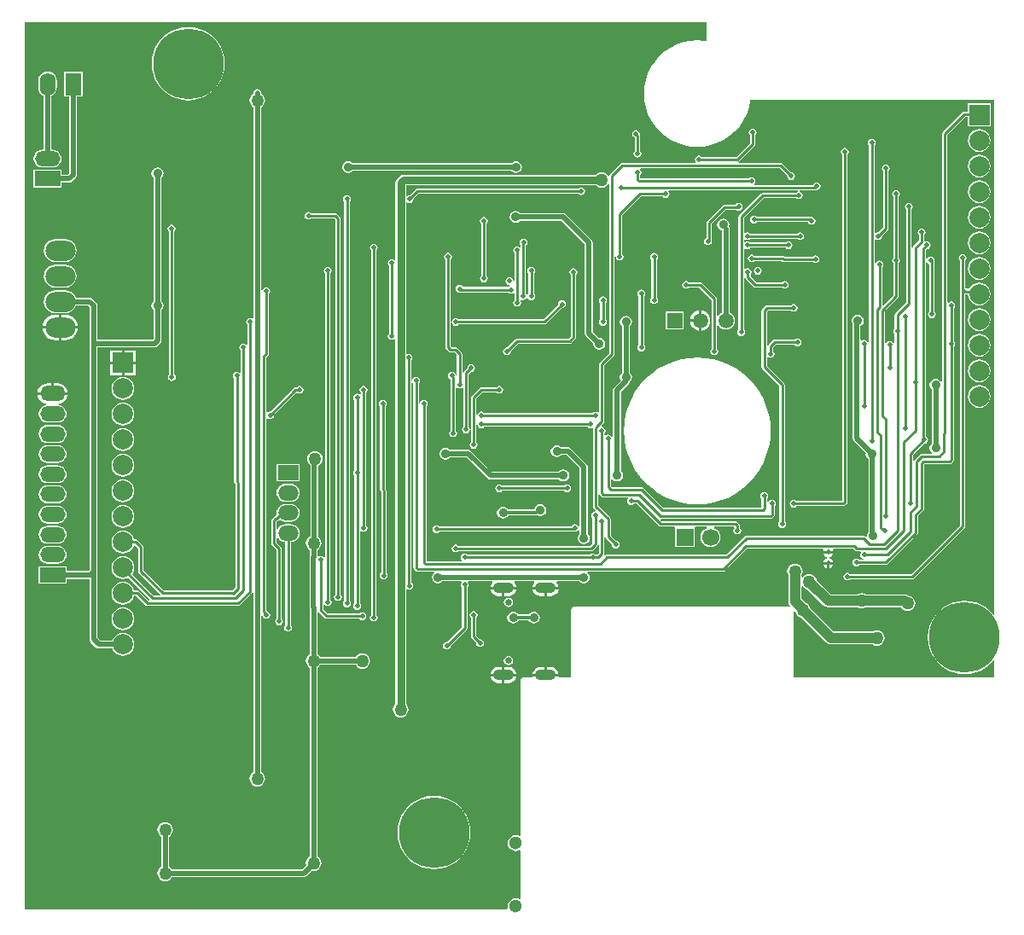
<source format=gbl>
G04*
G04 #@! TF.GenerationSoftware,Altium Limited,Altium Designer,20.1.14 (287)*
G04*
G04 Layer_Physical_Order=2*
G04 Layer_Color=16711680*
%FSLAX44Y44*%
%MOMM*%
G71*
G04*
G04 #@! TF.SameCoordinates,BADDABE7-1401-4436-ABD5-2416E089B5D3*
G04*
G04*
G04 #@! TF.FilePolarity,Positive*
G04*
G01*
G75*
%ADD10C,0.5080*%
%ADD12C,0.2540*%
%ADD68C,1.0160*%
%ADD69C,0.3048*%
%ADD70C,0.7620*%
%ADD73C,0.5000*%
%ADD74C,7.0000*%
%ADD75O,2.1000X1.0500*%
%ADD76C,0.6500*%
%ADD77O,2.0000X1.5000*%
%ADD78R,2.0000X1.5000*%
%ADD79C,1.7000*%
%ADD80R,1.7000X1.7000*%
%ADD81C,1.3000*%
%ADD82C,1.5000*%
%ADD83R,1.5000X1.5000*%
%ADD84O,3.0000X2.0000*%
%ADD85R,2.5000X1.5000*%
%ADD86O,2.5000X1.5000*%
%ADD87R,1.6000X2.2500*%
%ADD88O,1.6000X2.2500*%
%ADD89C,2.0000*%
%ADD90R,2.0000X2.0000*%
%ADD91C,0.9144*%
%ADD92C,1.2700*%
G36*
X687016Y872720D02*
X686034Y871915D01*
X684800Y872160D01*
X677890Y872613D01*
X670980Y872160D01*
X664189Y870809D01*
X657632Y868583D01*
X651422Y865521D01*
X645664Y861674D01*
X640458Y857108D01*
X635892Y851902D01*
X632045Y846144D01*
X628983Y839934D01*
X626757Y833377D01*
X625406Y826586D01*
X624953Y819676D01*
X625406Y812766D01*
X626757Y805975D01*
X628983Y799418D01*
X632045Y793208D01*
X635892Y787450D01*
X640458Y782244D01*
X645664Y777678D01*
X651422Y773831D01*
X657632Y770769D01*
X664189Y768543D01*
X670980Y767192D01*
X677890Y766739D01*
X684800Y767192D01*
X691591Y768543D01*
X698148Y770769D01*
X704358Y773831D01*
X710116Y777678D01*
X715322Y782244D01*
X719888Y787450D01*
X723735Y793208D01*
X726797Y799418D01*
X729023Y805975D01*
X730374Y812766D01*
X730440Y813766D01*
X736600D01*
X736600Y813766D01*
X736600Y813766D01*
X972662Y813766D01*
X972662Y302960D01*
X971392Y302491D01*
X968706Y305636D01*
X964365Y309344D01*
X959497Y312327D01*
X954223Y314512D01*
X948671Y315844D01*
X942980Y316292D01*
X937289Y315844D01*
X931737Y314512D01*
X926463Y312327D01*
X921595Y309344D01*
X917254Y305636D01*
X913546Y301295D01*
X910563Y296427D01*
X908379Y291153D01*
X907046Y285601D01*
X906598Y279910D01*
X907046Y274219D01*
X908379Y268667D01*
X910563Y263393D01*
X913546Y258525D01*
X917254Y254184D01*
X921595Y250476D01*
X926463Y247493D01*
X931737Y245308D01*
X937289Y243976D01*
X942980Y243528D01*
X948671Y243976D01*
X954223Y245308D01*
X959497Y247493D01*
X964365Y250476D01*
X968706Y254184D01*
X971392Y257329D01*
X972662Y256861D01*
Y240210D01*
X773082D01*
Y305307D01*
X774352Y306002D01*
X774853Y305681D01*
X774896Y305351D01*
X775664Y303497D01*
X776885Y301905D01*
X778477Y300684D01*
X780331Y299916D01*
X780627Y299877D01*
X805682Y274822D01*
X807782Y273418D01*
X810260Y272926D01*
X851900D01*
X852137Y272744D01*
X853991Y271976D01*
X855980Y271714D01*
X857969Y271976D01*
X859823Y272744D01*
X861415Y273965D01*
X862636Y275557D01*
X863404Y277411D01*
X863666Y279400D01*
X863404Y281389D01*
X862636Y283243D01*
X861415Y284835D01*
X859823Y286056D01*
X857969Y286824D01*
X855980Y287086D01*
X853991Y286824D01*
X852137Y286056D01*
X851900Y285874D01*
X812942D01*
X789783Y309033D01*
X789744Y309329D01*
X788976Y311183D01*
X787755Y312775D01*
X786163Y313996D01*
X785044Y314459D01*
X781174Y318329D01*
Y330445D01*
X782444Y330876D01*
X783235Y329845D01*
X784827Y328624D01*
X786681Y327856D01*
X786977Y327817D01*
X803142Y311652D01*
X805242Y310248D01*
X807720Y309756D01*
X836660D01*
X836897Y309574D01*
X838751Y308806D01*
X840740Y308544D01*
X842729Y308806D01*
X844583Y309574D01*
X844820Y309756D01*
X879874D01*
X881025Y308255D01*
X882617Y307034D01*
X884471Y306266D01*
X886460Y306004D01*
X888449Y306266D01*
X890303Y307034D01*
X891895Y308255D01*
X893116Y309847D01*
X893884Y311701D01*
X894146Y313690D01*
X893884Y315679D01*
X893116Y317533D01*
X891895Y319125D01*
X890303Y320346D01*
X888449Y321114D01*
X887084Y321294D01*
X885710Y322212D01*
X883233Y322704D01*
X844820D01*
X844583Y322886D01*
X842729Y323654D01*
X840740Y323916D01*
X838751Y323654D01*
X836897Y322886D01*
X836660Y322704D01*
X810402D01*
X796133Y336973D01*
X796094Y337269D01*
X795326Y339123D01*
X794105Y340715D01*
X792513Y341936D01*
X790659Y342704D01*
X788670Y342966D01*
X786681Y342704D01*
X784827Y341936D01*
X783235Y340715D01*
X782444Y339684D01*
X781174Y340115D01*
Y341360D01*
X781356Y341597D01*
X782124Y343451D01*
X782386Y345440D01*
X782124Y347429D01*
X781356Y349283D01*
X780135Y350875D01*
X778543Y352096D01*
X776689Y352864D01*
X774700Y353126D01*
X772711Y352864D01*
X770857Y352096D01*
X769265Y350875D01*
X768044Y349283D01*
X767276Y347429D01*
X767014Y345440D01*
X767276Y343451D01*
X768044Y341597D01*
X768226Y341360D01*
Y315647D01*
X768718Y313170D01*
X769848Y311480D01*
X769357Y310350D01*
X769208Y310210D01*
X555252D01*
X554261Y310013D01*
X553421Y309451D01*
X552859Y308611D01*
X552662Y307620D01*
Y240210D01*
X541317D01*
X540432Y241280D01*
X527300D01*
X514168D01*
X513283Y240210D01*
X505252D01*
X504261Y240013D01*
X503421Y239451D01*
X502859Y238611D01*
X502662Y237620D01*
Y83045D01*
X502331Y82882D01*
X501392Y82539D01*
X499628Y83270D01*
X497600Y83537D01*
X495572Y83270D01*
X493681Y82487D01*
X492058Y81242D01*
X490813Y79619D01*
X490030Y77728D01*
X489763Y75700D01*
X490030Y73672D01*
X490813Y71782D01*
X492058Y70158D01*
X493681Y68913D01*
X495572Y68130D01*
X497600Y67863D01*
X499628Y68130D01*
X501392Y68861D01*
X502331Y68518D01*
X502662Y68355D01*
Y20545D01*
X502331Y20382D01*
X501392Y20039D01*
X499628Y20770D01*
X497600Y21037D01*
X495572Y20770D01*
X493681Y19987D01*
X492058Y18742D01*
X490813Y17119D01*
X490030Y15228D01*
X489763Y13200D01*
X489989Y11480D01*
X489230Y10210D01*
X10210D01*
Y890220D01*
X687016D01*
Y872720D01*
D02*
G37*
%LPC*%
G36*
X172720Y885758D02*
X167029Y885310D01*
X161477Y883978D01*
X156203Y881793D01*
X151335Y878810D01*
X146994Y875102D01*
X143286Y870761D01*
X140303Y865893D01*
X138118Y860619D01*
X136786Y855067D01*
X136338Y849376D01*
X136786Y843685D01*
X138118Y838133D01*
X140303Y832859D01*
X143286Y827991D01*
X146994Y823650D01*
X151335Y819942D01*
X156203Y816959D01*
X161477Y814774D01*
X167029Y813442D01*
X172720Y812994D01*
X178411Y813442D01*
X183963Y814774D01*
X189237Y816959D01*
X194105Y819942D01*
X198446Y823650D01*
X202154Y827991D01*
X205137Y832859D01*
X207321Y838133D01*
X208654Y843685D01*
X209102Y849376D01*
X208654Y855067D01*
X207321Y860619D01*
X205137Y865893D01*
X202154Y870761D01*
X198446Y875102D01*
X194105Y878810D01*
X189237Y881793D01*
X183963Y883978D01*
X178411Y885310D01*
X172720Y885758D01*
D02*
G37*
G36*
X968850Y809846D02*
X946310D01*
Y801420D01*
X942340D01*
X941349Y801223D01*
X940509Y800661D01*
X921459Y781611D01*
X920897Y780771D01*
X920700Y779780D01*
Y534232D01*
X919430Y533847D01*
X918612Y535072D01*
X916679Y536363D01*
X914400Y536816D01*
X912121Y536363D01*
X910188Y535072D01*
X908897Y533139D01*
X908444Y530860D01*
X908897Y528581D01*
X910188Y526648D01*
X910515Y526429D01*
Y472449D01*
X910188Y472230D01*
X908897Y470298D01*
X908444Y468018D01*
X908897Y465739D01*
X910188Y463806D01*
X910653Y463496D01*
X910267Y462226D01*
X900326D01*
X899335Y462029D01*
X898495Y461467D01*
X893519Y456491D01*
X892957Y455651D01*
X892860Y455160D01*
X891590Y455285D01*
Y461207D01*
X902819Y472436D01*
X902970Y472406D01*
X904441Y472699D01*
X905688Y473532D01*
X906521Y474779D01*
X906814Y476250D01*
X906521Y477721D01*
X905688Y478968D01*
X904544Y479733D01*
Y651977D01*
X905720Y652527D01*
X905814Y652512D01*
X906602Y651332D01*
X907849Y650499D01*
X908000Y650469D01*
Y603514D01*
X907872Y603428D01*
X907039Y602181D01*
X906746Y600710D01*
X907039Y599239D01*
X907872Y597992D01*
X909119Y597159D01*
X910590Y596866D01*
X912061Y597159D01*
X913308Y597992D01*
X914141Y599239D01*
X914434Y600710D01*
X914141Y602181D01*
X913308Y603428D01*
X913180Y603514D01*
Y652780D01*
X913046Y653455D01*
X913164Y654050D01*
X912871Y655521D01*
X912038Y656768D01*
X910791Y657601D01*
X909320Y657894D01*
X907849Y657601D01*
X906602Y656768D01*
X905814Y655588D01*
X905720Y655573D01*
X904544Y656123D01*
Y664610D01*
X905487Y665451D01*
X905510Y665446D01*
X906981Y665739D01*
X908228Y666572D01*
X909061Y667819D01*
X909354Y669290D01*
X909061Y670761D01*
X908228Y672008D01*
X906981Y672841D01*
X905510Y673134D01*
X904290Y672891D01*
X903414Y673360D01*
X903020Y673688D01*
Y679186D01*
X903148Y679272D01*
X903981Y680519D01*
X904274Y681990D01*
X903981Y683461D01*
X903148Y684708D01*
X901901Y685541D01*
X900430Y685834D01*
X898959Y685541D01*
X897712Y684708D01*
X896879Y683461D01*
X896586Y681990D01*
X896879Y680519D01*
X897712Y679272D01*
X897840Y679186D01*
Y673904D01*
X892249Y668312D01*
X891687Y667472D01*
X891590Y666981D01*
X890320Y667106D01*
Y704586D01*
X890448Y704672D01*
X891281Y705919D01*
X891574Y707390D01*
X891281Y708861D01*
X890448Y710108D01*
X889201Y710941D01*
X887730Y711234D01*
X886259Y710941D01*
X885012Y710108D01*
X884179Y708861D01*
X883886Y707390D01*
X884179Y705919D01*
X885012Y704672D01*
X885140Y704586D01*
Y612312D01*
X874469Y601640D01*
X873907Y600800D01*
X873710Y599809D01*
Y587004D01*
X873582Y586918D01*
X872749Y585671D01*
X872456Y584200D01*
X872749Y582729D01*
X873582Y581482D01*
X873710Y581396D01*
Y570961D01*
X873620Y570767D01*
X872440Y570650D01*
X872368Y571014D01*
X872231Y571701D01*
X871398Y572948D01*
X870151Y573781D01*
X868680Y574074D01*
X867209Y573781D01*
X865962Y572948D01*
X865129Y571701D01*
X864992Y571014D01*
X864920Y570650D01*
X863740Y570767D01*
X863650Y570961D01*
Y603447D01*
X876861Y616659D01*
X877423Y617499D01*
X877620Y618490D01*
Y651246D01*
X877748Y651332D01*
X878581Y652579D01*
X878874Y654050D01*
X878581Y655521D01*
X877748Y656768D01*
X877620Y656854D01*
Y717286D01*
X877748Y717372D01*
X878581Y718619D01*
X878874Y720090D01*
X878581Y721561D01*
X877748Y722808D01*
X876501Y723641D01*
X875030Y723934D01*
X873559Y723641D01*
X872312Y722808D01*
X871479Y721561D01*
X871186Y720090D01*
X871479Y718619D01*
X872312Y717372D01*
X872440Y717286D01*
Y656854D01*
X872312Y656768D01*
X871479Y655521D01*
X871186Y654050D01*
X871479Y652579D01*
X872312Y651332D01*
X872440Y651246D01*
Y619563D01*
X862283Y609406D01*
X861110Y609892D01*
Y647436D01*
X861238Y647522D01*
X862071Y648769D01*
X862364Y650240D01*
X862071Y651711D01*
X861238Y652958D01*
X859991Y653791D01*
X858520Y654084D01*
X857049Y653791D01*
X855802Y652958D01*
X854969Y651711D01*
X854832Y651024D01*
X854760Y650660D01*
X853580Y650777D01*
X853490Y650971D01*
Y674747D01*
X853928Y675048D01*
X854760Y675310D01*
X855779Y674629D01*
X857250Y674336D01*
X858721Y674629D01*
X859968Y675462D01*
X860801Y676709D01*
X861094Y678180D01*
X861064Y678331D01*
X866701Y683969D01*
X867263Y684809D01*
X867460Y685800D01*
Y742686D01*
X867588Y742772D01*
X868421Y744019D01*
X868714Y745490D01*
X868421Y746961D01*
X867588Y748208D01*
X866341Y749041D01*
X864870Y749334D01*
X863399Y749041D01*
X862152Y748208D01*
X861319Y746961D01*
X861026Y745490D01*
X861319Y744019D01*
X862152Y742772D01*
X862280Y742686D01*
Y686873D01*
X857401Y681994D01*
X857250Y682024D01*
X855779Y681731D01*
X854760Y681050D01*
X853928Y681312D01*
X853490Y681613D01*
Y768086D01*
X853618Y768172D01*
X854451Y769419D01*
X854744Y770890D01*
X854451Y772361D01*
X853618Y773608D01*
X852371Y774441D01*
X850900Y774734D01*
X849429Y774441D01*
X848182Y773608D01*
X847349Y772361D01*
X847056Y770890D01*
X847349Y769419D01*
X848182Y768172D01*
X848310Y768086D01*
X848310Y572231D01*
X848220Y572037D01*
X847040Y571921D01*
X846968Y572284D01*
X846831Y572971D01*
X845998Y574218D01*
X844751Y575051D01*
X843280Y575344D01*
X841809Y575051D01*
X841069Y574557D01*
X839799Y575188D01*
Y589251D01*
X841142Y590148D01*
X842433Y592081D01*
X842887Y594360D01*
X842433Y596639D01*
X841142Y598572D01*
X839209Y599863D01*
X836930Y600317D01*
X834651Y599863D01*
X832718Y598572D01*
X831427Y596639D01*
X830974Y594360D01*
X831427Y592081D01*
X832029Y591179D01*
Y477266D01*
X832325Y475779D01*
X833167Y474519D01*
X845020Y462666D01*
X844943Y462280D01*
X845397Y460001D01*
X846688Y458068D01*
X847650Y457425D01*
Y384751D01*
X846667Y383279D01*
X846214Y381000D01*
X846322Y380452D01*
X845152Y379827D01*
X844687Y380291D01*
X843847Y380853D01*
X842856Y381050D01*
X726440D01*
X725449Y380853D01*
X724609Y380291D01*
X706317Y362000D01*
X588010D01*
X587019Y361803D01*
X586179Y361241D01*
X585226Y362085D01*
X585323Y362229D01*
X585520Y363220D01*
Y379105D01*
X586790Y379230D01*
X586887Y378739D01*
X587449Y377899D01*
X593086Y372261D01*
X593056Y372110D01*
X593349Y370639D01*
X594182Y369392D01*
X595429Y368559D01*
X596900Y368266D01*
X598371Y368559D01*
X599618Y369392D01*
X600451Y370639D01*
X600744Y372110D01*
X600451Y373581D01*
X599618Y374828D01*
X598371Y375661D01*
X596900Y375954D01*
X596749Y375924D01*
X591870Y380803D01*
Y397510D01*
X591673Y398501D01*
X591111Y399341D01*
X579424Y411029D01*
Y421692D01*
X579539Y421738D01*
X580694Y421903D01*
X581099Y421297D01*
X582587Y419809D01*
X583427Y419247D01*
X584418Y419050D01*
X608707D01*
X609008Y418612D01*
X609270Y417780D01*
X608589Y416761D01*
X608296Y415290D01*
X608589Y413819D01*
X609422Y412572D01*
X610669Y411739D01*
X612140Y411446D01*
X613611Y411739D01*
X614858Y412572D01*
X614944Y412700D01*
X617417D01*
X639519Y390599D01*
X640359Y390037D01*
X641350Y389840D01*
X654686D01*
X655710Y389246D01*
X655710Y388570D01*
Y369706D01*
X675250D01*
Y388570D01*
X675250Y389246D01*
X676274Y389840D01*
X687053D01*
X687305Y388570D01*
X685953Y388010D01*
X683912Y386444D01*
X682346Y384403D01*
X681361Y382026D01*
X681026Y379476D01*
X681361Y376926D01*
X682346Y374549D01*
X683912Y372508D01*
X685953Y370942D01*
X688329Y369958D01*
X690880Y369622D01*
X693430Y369958D01*
X695807Y370942D01*
X697848Y372508D01*
X699414Y374549D01*
X700398Y376926D01*
X700734Y379476D01*
X700398Y382026D01*
X699414Y384403D01*
X697848Y386444D01*
X695807Y388010D01*
X694455Y388570D01*
X694707Y389840D01*
X714117D01*
X714418Y389402D01*
X714680Y388570D01*
X713999Y387551D01*
X713706Y386080D01*
X713999Y384609D01*
X714832Y383362D01*
X716079Y382529D01*
X717550Y382236D01*
X719021Y382529D01*
X720268Y383362D01*
X721101Y384609D01*
X721394Y386080D01*
X721101Y387551D01*
X720268Y388798D01*
X720140Y388884D01*
Y390942D01*
X719943Y391933D01*
X719381Y392773D01*
X717893Y394261D01*
X717053Y394823D01*
X716062Y395020D01*
X642423D01*
X641207Y396236D01*
X641218Y396330D01*
X641778Y397460D01*
X750352D01*
X751343Y397657D01*
X752183Y398219D01*
X753671Y399707D01*
X754233Y400547D01*
X754430Y401538D01*
Y409946D01*
X754558Y410032D01*
X755391Y411279D01*
X755684Y412750D01*
X755391Y414221D01*
X754558Y415468D01*
X753311Y416301D01*
X751840Y416594D01*
X750369Y416301D01*
X749122Y415468D01*
X748289Y414221D01*
X748152Y413534D01*
X748080Y413170D01*
X746900Y413287D01*
X746810Y413481D01*
Y417566D01*
X746938Y417652D01*
X747771Y418899D01*
X748064Y420370D01*
X747771Y421841D01*
X746938Y423088D01*
X745691Y423921D01*
X744220Y424214D01*
X742749Y423921D01*
X741502Y423088D01*
X740669Y421841D01*
X740376Y420370D01*
X740669Y418899D01*
X741502Y417652D01*
X741630Y417566D01*
Y408990D01*
X643693D01*
X624131Y428551D01*
X623291Y429113D01*
X622300Y429310D01*
X592893D01*
X591870Y430333D01*
Y437318D01*
X593140Y437703D01*
X593958Y436478D01*
X595891Y435187D01*
X598170Y434734D01*
X600449Y435187D01*
X602382Y436478D01*
X603673Y438411D01*
X604127Y440690D01*
X603673Y442969D01*
X602382Y444902D01*
X602055Y445121D01*
Y524171D01*
X609807Y531923D01*
X610649Y533183D01*
X610802Y533954D01*
X611272Y534268D01*
X612563Y536201D01*
X613017Y538480D01*
X612563Y540759D01*
X611272Y542692D01*
X610945Y542910D01*
Y588660D01*
X611272Y588878D01*
X612563Y590811D01*
X613017Y593090D01*
X612563Y595369D01*
X611272Y597302D01*
X609339Y598593D01*
X607060Y599047D01*
X604781Y598593D01*
X602848Y597302D01*
X601557Y595369D01*
X601104Y593090D01*
X601557Y590811D01*
X602848Y588878D01*
X603175Y588660D01*
Y542910D01*
X602848Y542692D01*
X601557Y540759D01*
X601104Y538480D01*
X601557Y536201D01*
X602174Y535277D01*
X595423Y528527D01*
X594581Y527267D01*
X594285Y525780D01*
Y479291D01*
X593955Y478158D01*
X593955Y478158D01*
Y478158D01*
X593015Y478065D01*
X592990Y478193D01*
X592831Y478991D01*
X591998Y480238D01*
X590751Y481071D01*
X589280Y481364D01*
X587809Y481071D01*
X586790Y480390D01*
X585958Y480652D01*
X585520Y480953D01*
Y482336D01*
X585648Y482422D01*
X586481Y483669D01*
X586774Y485140D01*
X586481Y486611D01*
X585648Y487858D01*
X584401Y488691D01*
X583274Y488915D01*
X582816Y489882D01*
X582774Y490211D01*
X584761Y492199D01*
X585323Y493039D01*
X585520Y494030D01*
Y549747D01*
X594921Y559149D01*
X595483Y559989D01*
X595680Y560980D01*
Y657129D01*
X595770Y657323D01*
X596950Y657440D01*
X597022Y657076D01*
X597159Y656389D01*
X597992Y655142D01*
X599239Y654309D01*
X600710Y654016D01*
X602181Y654309D01*
X603428Y655142D01*
X604261Y656389D01*
X604554Y657860D01*
X604261Y659331D01*
X603428Y660578D01*
X603300Y660664D01*
Y698617D01*
X622183Y717500D01*
X643626D01*
X643712Y717372D01*
X644959Y716539D01*
X646430Y716246D01*
X647901Y716539D01*
X649148Y717372D01*
X649981Y718619D01*
X650274Y720090D01*
X649981Y721561D01*
X649300Y722580D01*
X649562Y723412D01*
X649863Y723850D01*
X777964D01*
X778090Y722580D01*
X777726Y722508D01*
X777039Y722371D01*
X775792Y721538D01*
X775706Y721410D01*
X742710D01*
X741718Y721213D01*
X740878Y720651D01*
X719529Y699302D01*
X718967Y698462D01*
X718770Y697470D01*
Y585734D01*
X718642Y585648D01*
X717809Y584401D01*
X717516Y582930D01*
X717809Y581459D01*
X718642Y580212D01*
X719889Y579379D01*
X721360Y579086D01*
X722831Y579379D01*
X724078Y580212D01*
X724911Y581459D01*
X725204Y582930D01*
X724911Y584401D01*
X724078Y585648D01*
X723950Y585734D01*
Y638149D01*
X723979Y638198D01*
X725220Y638762D01*
X725509Y638509D01*
Y637151D01*
X725706Y636160D01*
X726268Y635320D01*
X733499Y628089D01*
X734339Y627527D01*
X735330Y627330D01*
X761736D01*
X761822Y627202D01*
X763069Y626369D01*
X764540Y626076D01*
X766011Y626369D01*
X767258Y627202D01*
X768091Y628449D01*
X768384Y629920D01*
X768091Y631391D01*
X767258Y632638D01*
X766011Y633471D01*
X764540Y633764D01*
X763069Y633471D01*
X761822Y632638D01*
X761736Y632510D01*
X736403D01*
X730689Y638224D01*
Y640292D01*
X731261Y641149D01*
X731554Y642620D01*
X731261Y644091D01*
X730428Y645338D01*
X729181Y646171D01*
X727710Y646464D01*
X726239Y646171D01*
X725220Y645490D01*
X724388Y645752D01*
X723950Y646053D01*
Y665857D01*
X724388Y666158D01*
X725220Y666420D01*
X726239Y665739D01*
X727710Y665446D01*
X729181Y665739D01*
X730428Y666572D01*
X730514Y666700D01*
X765546D01*
X765632Y666572D01*
X766879Y665739D01*
X768350Y665446D01*
X769821Y665739D01*
X771068Y666572D01*
X771901Y667819D01*
X772194Y669290D01*
X771901Y670761D01*
X771068Y672008D01*
X769821Y672841D01*
X768350Y673134D01*
X766879Y672841D01*
X765632Y672008D01*
X765546Y671880D01*
X730514D01*
X730428Y672008D01*
X729181Y672841D01*
X727710Y673134D01*
X726239Y672841D01*
X725220Y672160D01*
X724388Y672422D01*
X723950Y672723D01*
Y674747D01*
X724388Y675048D01*
X725220Y675310D01*
X726239Y674629D01*
X727710Y674336D01*
X729181Y674629D01*
X730428Y675462D01*
X730514Y675590D01*
X776976D01*
X777062Y675462D01*
X778309Y674629D01*
X779780Y674336D01*
X781251Y674629D01*
X782498Y675462D01*
X783331Y676709D01*
X783624Y678180D01*
X783331Y679651D01*
X782498Y680898D01*
X781251Y681731D01*
X779780Y682024D01*
X778309Y681731D01*
X777062Y680898D01*
X776976Y680770D01*
X730514D01*
X730428Y680898D01*
X729181Y681731D01*
X727710Y682024D01*
X726239Y681731D01*
X725220Y681050D01*
X724388Y681312D01*
X723950Y681613D01*
Y696398D01*
X743782Y716230D01*
X775706D01*
X775792Y716102D01*
X777039Y715269D01*
X778510Y714976D01*
X779981Y715269D01*
X781228Y716102D01*
X782061Y717349D01*
X782354Y718820D01*
X782061Y720291D01*
X781228Y721538D01*
X779981Y722371D01*
X779294Y722508D01*
X778930Y722580D01*
X779055Y723850D01*
X794802D01*
X795793Y724047D01*
X795949Y724152D01*
X796290Y724084D01*
X797761Y724377D01*
X799008Y725210D01*
X799841Y726457D01*
X800134Y727928D01*
X799841Y729399D01*
X799008Y730646D01*
X797761Y731479D01*
X796290Y731772D01*
X794819Y731479D01*
X793572Y730646D01*
X792739Y729399D01*
X792665Y729030D01*
X734953D01*
X734652Y729468D01*
X734390Y730300D01*
X735071Y731319D01*
X735364Y732790D01*
X735071Y734261D01*
X734238Y735508D01*
X732991Y736341D01*
X731520Y736634D01*
X730049Y736341D01*
X728802Y735508D01*
X728716Y735380D01*
X621080D01*
Y738876D01*
X621208Y738962D01*
X622041Y740209D01*
X622334Y741680D01*
X622041Y743151D01*
X621208Y744398D01*
X621169Y744424D01*
X621554Y745694D01*
X759403D01*
X767076Y738021D01*
X767046Y737870D01*
X767339Y736399D01*
X768172Y735152D01*
X769419Y734319D01*
X770890Y734026D01*
X772361Y734319D01*
X773608Y735152D01*
X774441Y736399D01*
X774734Y737870D01*
X774441Y739341D01*
X773608Y740588D01*
X772361Y741421D01*
X770890Y741714D01*
X770739Y741684D01*
X762307Y750115D01*
X761467Y750677D01*
X760476Y750874D01*
X718986D01*
X718940Y750989D01*
X718775Y752144D01*
X719381Y752549D01*
X734621Y767789D01*
X735183Y768629D01*
X735380Y769620D01*
Y778246D01*
X735508Y778332D01*
X736341Y779579D01*
X736634Y781050D01*
X736341Y782521D01*
X735508Y783768D01*
X734261Y784601D01*
X732790Y784894D01*
X731319Y784601D01*
X730072Y783768D01*
X729239Y782521D01*
X728946Y781050D01*
X729239Y779579D01*
X730072Y778332D01*
X730200Y778246D01*
Y770693D01*
X716477Y756970D01*
X682254D01*
X682168Y757098D01*
X680921Y757931D01*
X679450Y758224D01*
X677979Y757931D01*
X676732Y757098D01*
X675899Y755851D01*
X675606Y754380D01*
X675899Y752909D01*
X676410Y752144D01*
X675800Y750874D01*
X603504D01*
X602513Y750677D01*
X601673Y750115D01*
X591259Y739701D01*
X590697Y738861D01*
X590632Y738533D01*
X589289Y738290D01*
X588365Y739495D01*
X586773Y740716D01*
X584919Y741484D01*
X582930Y741746D01*
X580941Y741484D01*
X579087Y740716D01*
X577495Y739495D01*
X577300Y739240D01*
X386516D01*
X384534Y738845D01*
X382853Y737722D01*
X382853Y737722D01*
X379878Y734747D01*
X378755Y733066D01*
X378360Y731084D01*
Y654976D01*
X378062Y654751D01*
X377090Y654414D01*
X376121Y655061D01*
X374650Y655354D01*
X373179Y655061D01*
X371932Y654228D01*
X371099Y652981D01*
X370806Y651510D01*
X371099Y650039D01*
X371932Y648792D01*
X372060Y648706D01*
Y581924D01*
X371932Y581838D01*
X371099Y580591D01*
X370806Y579120D01*
X371099Y577649D01*
X371932Y576402D01*
X373179Y575569D01*
X374650Y575276D01*
X376121Y575569D01*
X377090Y576217D01*
X378062Y575879D01*
X378360Y575654D01*
Y213910D01*
X378105Y213715D01*
X376884Y212123D01*
X376116Y210269D01*
X375854Y208280D01*
X376116Y206291D01*
X376884Y204437D01*
X378105Y202845D01*
X379697Y201624D01*
X381551Y200856D01*
X383540Y200594D01*
X385529Y200856D01*
X387383Y201624D01*
X388975Y202845D01*
X390196Y204437D01*
X390964Y206291D01*
X391226Y208280D01*
X390964Y210269D01*
X390196Y212123D01*
X388975Y213715D01*
X388719Y213910D01*
Y327426D01*
X389990Y328105D01*
X390649Y327665D01*
X392120Y327372D01*
X393591Y327665D01*
X394838Y328498D01*
X395671Y329745D01*
X395964Y331216D01*
X395671Y332687D01*
X394838Y333934D01*
X393983Y334505D01*
X393750Y334854D01*
Y533939D01*
X393840Y534133D01*
X395020Y534250D01*
X395092Y533886D01*
X395229Y533199D01*
X396062Y531952D01*
X396190Y531866D01*
Y349468D01*
X396387Y348477D01*
X396949Y347637D01*
X398437Y346149D01*
X399277Y345587D01*
X400268Y345390D01*
X416237D01*
X416623Y344120D01*
X416158Y343810D01*
X414867Y341877D01*
X414413Y339598D01*
X414867Y337319D01*
X416158Y335386D01*
X418091Y334095D01*
X420370Y333642D01*
X422649Y334095D01*
X424582Y335386D01*
X424800Y335713D01*
X443352D01*
X443983Y334443D01*
X443489Y333703D01*
X443196Y332232D01*
X443489Y330761D01*
X444322Y329514D01*
X444450Y329428D01*
Y290633D01*
X429411Y275594D01*
X429260Y275624D01*
X427789Y275331D01*
X426542Y274498D01*
X425709Y273251D01*
X425416Y271780D01*
X425709Y270309D01*
X426542Y269062D01*
X427789Y268229D01*
X429260Y267936D01*
X430731Y268229D01*
X431978Y269062D01*
X432811Y270309D01*
X433104Y271780D01*
X433074Y271931D01*
X448871Y287729D01*
X449433Y288569D01*
X449630Y289560D01*
Y329428D01*
X449758Y329514D01*
X450591Y330761D01*
X450884Y332232D01*
X450591Y333703D01*
X450097Y334443D01*
X450728Y335713D01*
X474292D01*
X474575Y334881D01*
X474646Y334443D01*
X473446Y332879D01*
X472660Y330984D01*
X472560Y330220D01*
X485500D01*
X498440D01*
X498340Y330984D01*
X497555Y332879D01*
X496354Y334443D01*
X496425Y334881D01*
X496708Y335713D01*
X516092D01*
X516375Y334881D01*
X516446Y334443D01*
X515246Y332879D01*
X514460Y330984D01*
X514360Y330220D01*
X527300D01*
X540240D01*
X540140Y330984D01*
X539355Y332879D01*
X538154Y334443D01*
X538225Y334881D01*
X538508Y335713D01*
X560719D01*
X560938Y335386D01*
X562871Y334095D01*
X565150Y333642D01*
X567429Y334095D01*
X569362Y335386D01*
X570653Y337319D01*
X571106Y339598D01*
X570653Y341877D01*
X569362Y343810D01*
X568897Y344120D01*
X569283Y345390D01*
X703580D01*
X704571Y345587D01*
X705411Y346149D01*
X727139Y367876D01*
X802463D01*
X803062Y366756D01*
X802972Y366623D01*
X802834Y365926D01*
X812606D01*
X812468Y366623D01*
X812378Y366756D01*
X812977Y367876D01*
X832365D01*
X832502Y367739D01*
X832673Y367625D01*
X834083Y366215D01*
X834923Y365653D01*
X835914Y365456D01*
X839630D01*
X840240Y364186D01*
X839729Y363421D01*
X839436Y361950D01*
X839729Y360479D01*
X840562Y359232D01*
X841809Y358399D01*
X842496Y358262D01*
X842860Y358190D01*
X842743Y357010D01*
X842549Y356920D01*
X838464D01*
X838378Y357048D01*
X837131Y357881D01*
X835660Y358174D01*
X834189Y357881D01*
X832942Y357048D01*
X832109Y355801D01*
X831816Y354330D01*
X832109Y352859D01*
X832942Y351612D01*
X834189Y350779D01*
X835660Y350486D01*
X837131Y350779D01*
X838378Y351612D01*
X838464Y351740D01*
X864870D01*
X865861Y351937D01*
X866701Y352499D01*
X895911Y381709D01*
X896473Y382549D01*
X896670Y383540D01*
Y400247D01*
X902261Y405839D01*
X902823Y406679D01*
X903020Y407670D01*
Y452070D01*
X928152D01*
X929143Y452267D01*
X929983Y452829D01*
X931471Y454317D01*
X932033Y455157D01*
X932230Y456148D01*
Y568696D01*
X932358Y568782D01*
X933191Y570029D01*
X933484Y571500D01*
X933191Y572971D01*
X932484Y574030D01*
Y606796D01*
X932612Y606882D01*
X933445Y608129D01*
X933738Y609600D01*
X933445Y611071D01*
X932612Y612318D01*
X931365Y613151D01*
X929894Y613444D01*
X928423Y613151D01*
X927176Y612318D01*
X927150Y612279D01*
X925880Y612664D01*
Y778707D01*
X943413Y796240D01*
X946310D01*
Y787306D01*
X968850D01*
Y809846D01*
D02*
G37*
G36*
X957580Y784543D02*
X954638Y784156D01*
X951896Y783020D01*
X949542Y781214D01*
X947736Y778860D01*
X946600Y776118D01*
X946213Y773176D01*
X946600Y770234D01*
X947736Y767492D01*
X949542Y765138D01*
X951896Y763332D01*
X954638Y762196D01*
X957580Y761809D01*
X960522Y762196D01*
X963264Y763332D01*
X965618Y765138D01*
X967424Y767492D01*
X968560Y770234D01*
X968947Y773176D01*
X968560Y776118D01*
X967424Y778860D01*
X965618Y781214D01*
X963264Y783020D01*
X960522Y784156D01*
X957580Y784543D01*
D02*
G37*
G36*
X617002Y783624D02*
X615531Y783331D01*
X614284Y782498D01*
X613451Y781251D01*
X613158Y779780D01*
X613451Y778309D01*
X614284Y777062D01*
X615531Y776229D01*
X615900Y776155D01*
Y762790D01*
X615772Y762704D01*
X614939Y761457D01*
X614646Y759986D01*
X614939Y758515D01*
X615772Y757268D01*
X617019Y756435D01*
X618490Y756142D01*
X619961Y756435D01*
X621208Y757268D01*
X622041Y758515D01*
X622334Y759986D01*
X622041Y761457D01*
X621208Y762704D01*
X621080Y762790D01*
Y777742D01*
X620883Y778733D01*
X620694Y779016D01*
X620846Y779780D01*
X620553Y781251D01*
X619720Y782498D01*
X618473Y783331D01*
X617002Y783624D01*
D02*
G37*
G36*
X497840Y752717D02*
X495561Y752263D01*
X493628Y750972D01*
X493410Y750645D01*
X335900D01*
X335682Y750972D01*
X333749Y752263D01*
X331470Y752717D01*
X329191Y752263D01*
X327258Y750972D01*
X325967Y749039D01*
X325513Y746760D01*
X325967Y744481D01*
X327258Y742548D01*
X329191Y741257D01*
X331470Y740804D01*
X333749Y741257D01*
X335682Y742548D01*
X335900Y742875D01*
X493410D01*
X493628Y742548D01*
X495561Y741257D01*
X497840Y740804D01*
X500119Y741257D01*
X502052Y742548D01*
X503343Y744481D01*
X503797Y746760D01*
X503343Y749039D01*
X502052Y750972D01*
X500119Y752263D01*
X497840Y752717D01*
D02*
G37*
G36*
X33170Y841716D02*
X30750Y841397D01*
X28495Y840463D01*
X26558Y838978D01*
X25072Y837041D01*
X24138Y834786D01*
X23820Y832366D01*
Y825866D01*
X24138Y823446D01*
X25072Y821191D01*
X26558Y819255D01*
X28495Y817769D01*
X29210Y817472D01*
Y764082D01*
X28020D01*
X25731Y763780D01*
X23597Y762897D01*
X21765Y761491D01*
X20359Y759659D01*
X19476Y757525D01*
X19174Y755236D01*
X19476Y752947D01*
X20359Y750813D01*
X21765Y748981D01*
X23597Y747575D01*
X25731Y746692D01*
X28020Y746390D01*
X38020D01*
X40309Y746692D01*
X42443Y747575D01*
X44275Y748981D01*
X45681Y750813D01*
X46564Y752947D01*
X46866Y755236D01*
X46564Y757525D01*
X45681Y759659D01*
X44275Y761491D01*
X42443Y762897D01*
X40309Y763780D01*
X38020Y764082D01*
X36979D01*
Y817411D01*
X37845Y817769D01*
X39781Y819255D01*
X41267Y821191D01*
X42201Y823446D01*
X42519Y825866D01*
Y832366D01*
X42201Y834786D01*
X41267Y837041D01*
X39781Y838978D01*
X37845Y840463D01*
X35589Y841397D01*
X33170Y841716D01*
D02*
G37*
G36*
X67839Y841636D02*
X49300D01*
Y816596D01*
X54685D01*
Y740899D01*
X52907Y739121D01*
X46790D01*
Y744006D01*
X19250D01*
Y726466D01*
X46790D01*
Y731351D01*
X54516D01*
X56003Y731647D01*
X57263Y732489D01*
X61316Y736543D01*
X62158Y737803D01*
X62454Y739290D01*
Y816596D01*
X67839D01*
Y841636D01*
D02*
G37*
G36*
X957580Y759143D02*
X954638Y758756D01*
X951896Y757620D01*
X949542Y755814D01*
X947736Y753460D01*
X946600Y750718D01*
X946213Y747776D01*
X946600Y744834D01*
X947736Y742092D01*
X949542Y739738D01*
X951896Y737932D01*
X954638Y736796D01*
X957580Y736409D01*
X960522Y736796D01*
X963264Y737932D01*
X965618Y739738D01*
X967424Y742092D01*
X968560Y744834D01*
X968947Y747776D01*
X968560Y750718D01*
X967424Y753460D01*
X965618Y755814D01*
X963264Y757620D01*
X960522Y758756D01*
X957580Y759143D01*
D02*
G37*
G36*
Y733743D02*
X954638Y733356D01*
X951896Y732220D01*
X949542Y730414D01*
X947736Y728060D01*
X946600Y725318D01*
X946213Y722376D01*
X946600Y719434D01*
X947736Y716692D01*
X949542Y714338D01*
X951896Y712532D01*
X954638Y711396D01*
X957580Y711009D01*
X960522Y711396D01*
X963264Y712532D01*
X965618Y714338D01*
X967424Y716692D01*
X968560Y719434D01*
X968947Y722376D01*
X968560Y725318D01*
X967424Y728060D01*
X965618Y730414D01*
X963264Y732220D01*
X960522Y733356D01*
X957580Y733743D01*
D02*
G37*
G36*
X718820Y711234D02*
X717349Y710941D01*
X716102Y710108D01*
X715819Y709684D01*
X705104D01*
X704113Y709487D01*
X703273Y708925D01*
X687779Y693431D01*
X687217Y692591D01*
X687020Y691600D01*
Y676681D01*
X686869Y676651D01*
X685622Y675818D01*
X684789Y674571D01*
X684496Y673100D01*
X684789Y671629D01*
X685622Y670382D01*
X686869Y669549D01*
X688340Y669256D01*
X689811Y669549D01*
X691058Y670382D01*
X691891Y671629D01*
X691980Y672075D01*
X692003Y672109D01*
X692200Y673100D01*
Y690527D01*
X706177Y704504D01*
X716353D01*
X717349Y703839D01*
X718820Y703546D01*
X720291Y703839D01*
X721538Y704672D01*
X722371Y705919D01*
X722664Y707390D01*
X722371Y708861D01*
X721538Y710108D01*
X720291Y710941D01*
X718820Y711234D01*
D02*
G37*
G36*
X734060Y698534D02*
X732589Y698241D01*
X731342Y697408D01*
X730509Y696161D01*
X730216Y694690D01*
X730509Y693219D01*
X731342Y691972D01*
X732589Y691139D01*
X734060Y690846D01*
X735531Y691139D01*
X736778Y691972D01*
X736864Y692100D01*
X787629D01*
X787659Y691949D01*
X788492Y690702D01*
X789739Y689869D01*
X791210Y689576D01*
X792681Y689869D01*
X793928Y690702D01*
X794761Y691949D01*
X795054Y693420D01*
X794761Y694891D01*
X793928Y696138D01*
X792681Y696971D01*
X791210Y697264D01*
X790340Y697091D01*
X789390Y697280D01*
X736864D01*
X736778Y697408D01*
X735531Y698241D01*
X734060Y698534D01*
D02*
G37*
G36*
X957580Y708343D02*
X954638Y707956D01*
X951896Y706820D01*
X949542Y705014D01*
X947736Y702660D01*
X946600Y699918D01*
X946213Y696976D01*
X946600Y694034D01*
X947736Y691292D01*
X949542Y688938D01*
X951896Y687132D01*
X954638Y685996D01*
X957580Y685609D01*
X960522Y685996D01*
X963264Y687132D01*
X965618Y688938D01*
X967424Y691292D01*
X968560Y694034D01*
X968947Y696976D01*
X968560Y699918D01*
X967424Y702660D01*
X965618Y705014D01*
X963264Y706820D01*
X960522Y707956D01*
X957580Y708343D01*
D02*
G37*
G36*
Y682943D02*
X954638Y682556D01*
X951896Y681420D01*
X949542Y679614D01*
X947736Y677260D01*
X946600Y674518D01*
X946213Y671576D01*
X946600Y668634D01*
X947736Y665892D01*
X949542Y663538D01*
X951896Y661732D01*
X954638Y660596D01*
X957580Y660209D01*
X960522Y660596D01*
X963264Y661732D01*
X965618Y663538D01*
X967424Y665892D01*
X968560Y668634D01*
X968947Y671576D01*
X968560Y674518D01*
X967424Y677260D01*
X965618Y679614D01*
X963264Y681420D01*
X960522Y682556D01*
X957580Y682943D01*
D02*
G37*
G36*
X50720Y675323D02*
X40720D01*
X37778Y674936D01*
X35036Y673800D01*
X32682Y671994D01*
X30876Y669640D01*
X29740Y666898D01*
X29353Y663956D01*
X29740Y661014D01*
X30876Y658272D01*
X32682Y655918D01*
X35036Y654112D01*
X37778Y652976D01*
X40720Y652589D01*
X50720D01*
X53662Y652976D01*
X56404Y654112D01*
X58758Y655918D01*
X60564Y658272D01*
X61700Y661014D01*
X62087Y663956D01*
X61700Y666898D01*
X60564Y669640D01*
X58758Y671994D01*
X56404Y673800D01*
X53662Y674936D01*
X50720Y675323D01*
D02*
G37*
G36*
X731886Y660068D02*
X730415Y659775D01*
X729168Y658942D01*
X728335Y657695D01*
X728042Y656224D01*
X728335Y654753D01*
X729168Y653506D01*
X730415Y652673D01*
X731886Y652380D01*
X733357Y652673D01*
X734604Y653506D01*
X734690Y653634D01*
X761734D01*
X761879Y653489D01*
X762720Y652927D01*
X763711Y652730D01*
X792216D01*
X792302Y652602D01*
X793549Y651769D01*
X795020Y651476D01*
X796491Y651769D01*
X797738Y652602D01*
X798571Y653849D01*
X798864Y655320D01*
X798571Y656791D01*
X797738Y658038D01*
X796491Y658871D01*
X795020Y659164D01*
X793549Y658871D01*
X792302Y658038D01*
X792216Y657910D01*
X764783D01*
X764638Y658055D01*
X763798Y658617D01*
X762807Y658814D01*
X734690D01*
X734604Y658942D01*
X733357Y659775D01*
X731886Y660068D01*
D02*
G37*
G36*
X737870Y647734D02*
X736399Y647441D01*
X735152Y646608D01*
X734319Y645361D01*
X734026Y643890D01*
X734319Y642419D01*
X735152Y641172D01*
X736399Y640339D01*
X737870Y640046D01*
X739341Y640339D01*
X740588Y641172D01*
X741421Y642419D01*
X741714Y643890D01*
X741421Y645361D01*
X740588Y646608D01*
X739341Y647441D01*
X737870Y647734D01*
D02*
G37*
G36*
X957580Y657543D02*
X954638Y657156D01*
X951896Y656020D01*
X949542Y654214D01*
X947736Y651860D01*
X946600Y649118D01*
X946213Y646176D01*
X946600Y643234D01*
X947736Y640492D01*
X949542Y638138D01*
X951896Y636332D01*
X954638Y635196D01*
X957580Y634809D01*
X960522Y635196D01*
X963264Y636332D01*
X965618Y638138D01*
X967424Y640492D01*
X968560Y643234D01*
X968947Y646176D01*
X968560Y649118D01*
X967424Y651860D01*
X965618Y654214D01*
X963264Y656020D01*
X960522Y657156D01*
X957580Y657543D01*
D02*
G37*
G36*
X50720Y649923D02*
X40720D01*
X37778Y649536D01*
X35036Y648400D01*
X32682Y646594D01*
X30876Y644240D01*
X29740Y641498D01*
X29353Y638556D01*
X29740Y635614D01*
X30876Y632872D01*
X32682Y630518D01*
X35036Y628712D01*
X37778Y627576D01*
X40720Y627189D01*
X50720D01*
X53662Y627576D01*
X56404Y628712D01*
X58758Y630518D01*
X60564Y632872D01*
X61700Y635614D01*
X62087Y638556D01*
X61700Y641498D01*
X60564Y644240D01*
X58758Y646594D01*
X56404Y648400D01*
X53662Y649536D01*
X50720Y649923D01*
D02*
G37*
G36*
X635000Y661704D02*
X633529Y661411D01*
X632282Y660578D01*
X631449Y659331D01*
X631156Y657860D01*
X631449Y656389D01*
X632282Y655142D01*
X632410Y655056D01*
Y617484D01*
X632282Y617398D01*
X631449Y616151D01*
X631156Y614680D01*
X631449Y613209D01*
X632282Y611962D01*
X633529Y611129D01*
X635000Y610836D01*
X636471Y611129D01*
X637718Y611962D01*
X638551Y613209D01*
X638844Y614680D01*
X638551Y616151D01*
X637718Y617398D01*
X637590Y617484D01*
Y655056D01*
X637718Y655142D01*
X638551Y656389D01*
X638844Y657860D01*
X638551Y659331D01*
X637718Y660578D01*
X636471Y661411D01*
X635000Y661704D01*
D02*
G37*
G36*
X941070Y660434D02*
X939599Y660141D01*
X938352Y659308D01*
X937519Y658061D01*
X937226Y656590D01*
X937519Y655119D01*
X938352Y653872D01*
X938480Y653786D01*
Y626110D01*
Y391181D01*
X890249Y342950D01*
X829574D01*
X829488Y343078D01*
X828241Y343911D01*
X826770Y344204D01*
X825299Y343911D01*
X824052Y343078D01*
X823219Y341831D01*
X822926Y340360D01*
X823219Y338889D01*
X824052Y337642D01*
X825299Y336809D01*
X826770Y336516D01*
X828241Y336809D01*
X829488Y337642D01*
X829574Y337770D01*
X891322D01*
X892313Y337967D01*
X893153Y338529D01*
X942901Y388277D01*
X943463Y389117D01*
X943660Y390108D01*
Y620730D01*
X943770Y620820D01*
X946174D01*
X946213Y620776D01*
X946600Y617834D01*
X947736Y615092D01*
X949542Y612738D01*
X951896Y610932D01*
X954638Y609796D01*
X957580Y609409D01*
X960522Y609796D01*
X963264Y610932D01*
X965618Y612738D01*
X967424Y615092D01*
X968560Y617834D01*
X968947Y620776D01*
X968560Y623718D01*
X967424Y626460D01*
X965618Y628814D01*
X963264Y630620D01*
X960522Y631756D01*
X957580Y632143D01*
X954638Y631756D01*
X951896Y630620D01*
X949542Y628814D01*
X947736Y626460D01*
X947545Y626000D01*
X944843D01*
X943660Y627183D01*
Y653786D01*
X943788Y653872D01*
X944621Y655119D01*
X944914Y656590D01*
X944621Y658061D01*
X943788Y659308D01*
X942541Y660141D01*
X941070Y660434D01*
D02*
G37*
G36*
X773430Y610904D02*
X771959Y610611D01*
X770712Y609778D01*
X770626Y609650D01*
X746760D01*
X745769Y609453D01*
X744929Y608891D01*
X742389Y606351D01*
X741827Y605511D01*
X741630Y604520D01*
Y548640D01*
X741827Y547649D01*
X742389Y546809D01*
X759410Y529787D01*
Y395234D01*
X759282Y395148D01*
X758449Y393901D01*
X758156Y392430D01*
X758449Y390959D01*
X759282Y389712D01*
X760529Y388879D01*
X762000Y388586D01*
X763471Y388879D01*
X764718Y389712D01*
X765551Y390959D01*
X765844Y392430D01*
X765551Y393901D01*
X764718Y395148D01*
X764590Y395234D01*
Y530860D01*
X764393Y531851D01*
X763831Y532691D01*
X746810Y549713D01*
Y557907D01*
X747248Y558208D01*
X748080Y558470D01*
X749099Y557789D01*
X750570Y557496D01*
X752041Y557789D01*
X753288Y558622D01*
X754121Y559869D01*
X754414Y561340D01*
X754121Y562811D01*
X753288Y564058D01*
X753160Y564144D01*
Y567887D01*
X755453Y570180D01*
X774436D01*
X774522Y570052D01*
X775769Y569219D01*
X777240Y568926D01*
X778711Y569219D01*
X779958Y570052D01*
X780791Y571299D01*
X781084Y572770D01*
X780791Y574241D01*
X779958Y575488D01*
X778711Y576321D01*
X777240Y576614D01*
X775769Y576321D01*
X774522Y575488D01*
X774436Y575360D01*
X754380D01*
X753389Y575163D01*
X752549Y574601D01*
X748739Y570791D01*
X748177Y569951D01*
X748080Y569460D01*
X746810Y569585D01*
Y603447D01*
X747833Y604470D01*
X770626D01*
X770712Y604342D01*
X771959Y603509D01*
X773430Y603216D01*
X774901Y603509D01*
X776148Y604342D01*
X776981Y605589D01*
X777274Y607060D01*
X776981Y608531D01*
X776148Y609778D01*
X774901Y610611D01*
X773430Y610904D01*
D02*
G37*
G36*
X703580Y695566D02*
X701301Y695113D01*
X699368Y693822D01*
X698077Y691889D01*
X697624Y689610D01*
X698077Y687331D01*
X699368Y685398D01*
X701301Y684107D01*
X702235Y683921D01*
Y602243D01*
X701697Y602021D01*
X699865Y600615D01*
X698550Y598901D01*
X698154Y598905D01*
X697280Y599254D01*
Y615950D01*
X697083Y616941D01*
X696521Y617781D01*
X682551Y631751D01*
X681711Y632313D01*
X680720Y632510D01*
X669554D01*
X669468Y632638D01*
X668221Y633471D01*
X666750Y633764D01*
X665279Y633471D01*
X664032Y632638D01*
X663199Y631391D01*
X662906Y629920D01*
X663199Y628449D01*
X664032Y627202D01*
X665279Y626369D01*
X666750Y626076D01*
X668221Y626369D01*
X669468Y627202D01*
X669554Y627330D01*
X679647D01*
X692100Y614877D01*
Y594568D01*
X690830Y594484D01*
X690705Y595432D01*
X690502Y596981D01*
X689490Y599423D01*
X687881Y601521D01*
X685783Y603130D01*
X683341Y604142D01*
X681990Y604319D01*
Y594360D01*
Y584401D01*
X683341Y584578D01*
X685783Y585590D01*
X687881Y587199D01*
X689490Y589297D01*
X690502Y591739D01*
X690705Y593288D01*
X690830Y594235D01*
X692100Y594152D01*
Y566684D01*
X691972Y566598D01*
X691139Y565351D01*
X690846Y563880D01*
X691139Y562409D01*
X691972Y561162D01*
X693219Y560329D01*
X694690Y560036D01*
X696161Y560329D01*
X697408Y561162D01*
X698241Y562409D01*
X698534Y563880D01*
X698241Y565351D01*
X697408Y566598D01*
X697280Y566684D01*
Y589467D01*
X698154Y589815D01*
X698550Y589819D01*
X699865Y588105D01*
X701697Y586699D01*
X703831Y585816D01*
X706120Y585514D01*
X708409Y585816D01*
X710543Y586699D01*
X712375Y588105D01*
X713781Y589937D01*
X714664Y592071D01*
X714966Y594360D01*
X714664Y596649D01*
X713781Y598783D01*
X712375Y600615D01*
X710543Y602021D01*
X710005Y602243D01*
Y685970D01*
X709709Y687457D01*
X709246Y688150D01*
X709537Y689610D01*
X709083Y691889D01*
X707792Y693822D01*
X705859Y695113D01*
X703580Y695566D01*
D02*
G37*
G36*
X241300Y824305D02*
X239813Y824009D01*
X238553Y823167D01*
X237711Y821907D01*
X237415Y820420D01*
Y819424D01*
X235865Y818235D01*
X234644Y816643D01*
X233876Y814789D01*
X233614Y812800D01*
X233876Y810811D01*
X234644Y808957D01*
X235865Y807365D01*
X237415Y806176D01*
Y596778D01*
X236145Y596147D01*
X235405Y596641D01*
X233934Y596934D01*
X232463Y596641D01*
X231216Y595808D01*
X230383Y594561D01*
X230090Y593090D01*
X230383Y591619D01*
X231216Y590372D01*
X231344Y590286D01*
Y570754D01*
X230074Y570369D01*
X230048Y570408D01*
X228801Y571241D01*
X227330Y571534D01*
X225859Y571241D01*
X224612Y570408D01*
X223779Y569161D01*
X223486Y567690D01*
X223779Y566219D01*
X224612Y564972D01*
X224740Y564886D01*
Y543183D01*
X224302Y542882D01*
X223470Y542620D01*
X222451Y543301D01*
X220980Y543594D01*
X219509Y543301D01*
X218262Y542468D01*
X217429Y541221D01*
X217136Y539750D01*
X217429Y538279D01*
X218262Y537032D01*
X218390Y536946D01*
Y434482D01*
X218587Y433491D01*
X219149Y432651D01*
X219660Y432139D01*
Y329567D01*
X216533Y326440D01*
X148393D01*
X128320Y346513D01*
Y369518D01*
X128123Y370509D01*
X127561Y371349D01*
X122429Y376481D01*
X121589Y377043D01*
X120598Y377240D01*
X118976D01*
X118930Y377592D01*
X117794Y380334D01*
X115988Y382688D01*
X113634Y384494D01*
X110892Y385630D01*
X107950Y386017D01*
X105008Y385630D01*
X102266Y384494D01*
X99912Y382688D01*
X98106Y380334D01*
X96970Y377592D01*
X96583Y374650D01*
X96970Y371708D01*
X98106Y368966D01*
X99912Y366612D01*
X102266Y364806D01*
X105008Y363670D01*
X107950Y363283D01*
X110892Y363670D01*
X113634Y364806D01*
X115988Y366612D01*
X117794Y368966D01*
X118681Y371108D01*
X120050Y371468D01*
X120136Y371450D01*
X123140Y368446D01*
Y345440D01*
X123337Y344449D01*
X123899Y343609D01*
X144878Y322630D01*
X144352Y321360D01*
X138233D01*
X117027Y342566D01*
X117794Y343566D01*
X118930Y346308D01*
X119317Y349250D01*
X118930Y352192D01*
X117794Y354934D01*
X115988Y357288D01*
X113634Y359094D01*
X110892Y360230D01*
X107950Y360617D01*
X105008Y360230D01*
X102266Y359094D01*
X99912Y357288D01*
X98106Y354934D01*
X96970Y352192D01*
X96583Y349250D01*
X96970Y346308D01*
X98106Y343566D01*
X99912Y341212D01*
X102266Y339406D01*
X105008Y338270D01*
X107950Y337883D01*
X110892Y338270D01*
X113088Y339180D01*
X134561Y317707D01*
X134101Y316535D01*
X133018Y316414D01*
X123751Y325681D01*
X122911Y326243D01*
X121920Y326440D01*
X118976D01*
X118930Y326792D01*
X117794Y329534D01*
X115988Y331888D01*
X113634Y333694D01*
X110892Y334830D01*
X107950Y335217D01*
X105008Y334830D01*
X102266Y333694D01*
X99912Y331888D01*
X98106Y329534D01*
X96970Y326792D01*
X96583Y323850D01*
X96970Y320908D01*
X98106Y318166D01*
X99912Y315812D01*
X102266Y314006D01*
X105008Y312870D01*
X107950Y312483D01*
X110892Y312870D01*
X113634Y314006D01*
X115988Y315812D01*
X117794Y318166D01*
X118930Y320908D01*
X118976Y321260D01*
X120847D01*
X130249Y311859D01*
X131089Y311297D01*
X132080Y311100D01*
X222250D01*
X223241Y311297D01*
X224081Y311859D01*
X235765Y323543D01*
X236145Y324112D01*
X237415Y323842D01*
Y146324D01*
X235865Y145135D01*
X234644Y143543D01*
X233876Y141689D01*
X233614Y139700D01*
X233876Y137711D01*
X234644Y135857D01*
X235865Y134265D01*
X237457Y133044D01*
X239311Y132276D01*
X241300Y132014D01*
X243289Y132276D01*
X245143Y133044D01*
X246735Y134265D01*
X247956Y135857D01*
X248724Y137711D01*
X248986Y139700D01*
X248724Y141689D01*
X247956Y143543D01*
X246735Y145135D01*
X245185Y146324D01*
Y301589D01*
X246455Y301714D01*
X246639Y300789D01*
X247472Y299542D01*
X248719Y298709D01*
X250190Y298416D01*
X251661Y298709D01*
X252908Y299542D01*
X253741Y300789D01*
X254034Y302260D01*
X253741Y303731D01*
X252908Y304978D01*
X251661Y305811D01*
X250650Y306012D01*
X250494Y306169D01*
Y496730D01*
X251764Y497340D01*
X252529Y496829D01*
X254000Y496536D01*
X255471Y496829D01*
X256718Y497662D01*
X257551Y498909D01*
X257844Y500380D01*
X257814Y500531D01*
X280084Y522801D01*
X280882D01*
X281739Y522229D01*
X283210Y521936D01*
X284681Y522229D01*
X285928Y523062D01*
X286761Y524309D01*
X287054Y525780D01*
X286761Y527251D01*
X285928Y528498D01*
X284681Y529331D01*
X283210Y529624D01*
X281739Y529331D01*
X280492Y528498D01*
X280147Y527981D01*
X279011D01*
X278020Y527784D01*
X277180Y527222D01*
X254151Y504194D01*
X254000Y504224D01*
X252529Y503931D01*
X251764Y503420D01*
X250494Y504030D01*
Y558222D01*
X252021Y559749D01*
X252583Y560589D01*
X252780Y561581D01*
Y620766D01*
X252908Y620852D01*
X253741Y622099D01*
X254034Y623570D01*
X253741Y625041D01*
X252908Y626288D01*
X251661Y627121D01*
X250190Y627414D01*
X248719Y627121D01*
X247472Y626288D01*
X246639Y625041D01*
X246480Y624243D01*
X246455Y624115D01*
X245515Y624208D01*
Y624208D01*
X245515Y624208D01*
X245185Y625341D01*
Y806176D01*
X246735Y807365D01*
X247956Y808957D01*
X248724Y810811D01*
X248986Y812800D01*
X248724Y814789D01*
X247956Y816643D01*
X246735Y818235D01*
X245185Y819424D01*
Y820420D01*
X244889Y821907D01*
X244047Y823167D01*
X242787Y824009D01*
X241300Y824305D01*
D02*
G37*
G36*
X679450Y604319D02*
X678099Y604142D01*
X675657Y603130D01*
X673559Y601521D01*
X671950Y599423D01*
X670938Y596981D01*
X670761Y595630D01*
X679450D01*
Y604319D01*
D02*
G37*
G36*
X50720Y600404D02*
X46990D01*
Y589026D01*
X63201D01*
X62937Y591030D01*
X61674Y594080D01*
X59664Y596700D01*
X57044Y598710D01*
X53994Y599973D01*
X50720Y600404D01*
D02*
G37*
G36*
X44450D02*
X40720D01*
X37446Y599973D01*
X34396Y598710D01*
X31776Y596700D01*
X29766Y594080D01*
X28503Y591030D01*
X28239Y589026D01*
X44450D01*
Y600404D01*
D02*
G37*
G36*
X664090Y603130D02*
X646550D01*
Y585590D01*
X664090D01*
Y603130D01*
D02*
G37*
G36*
X679450Y593090D02*
X670761D01*
X670938Y591739D01*
X671950Y589297D01*
X673559Y587199D01*
X675657Y585590D01*
X678099Y584578D01*
X679450Y584401D01*
Y593090D01*
D02*
G37*
G36*
X957580Y606743D02*
X954638Y606356D01*
X951896Y605220D01*
X949542Y603414D01*
X947736Y601060D01*
X946600Y598318D01*
X946213Y595376D01*
X946600Y592434D01*
X947736Y589692D01*
X949542Y587338D01*
X951896Y585532D01*
X954638Y584396D01*
X957580Y584009D01*
X960522Y584396D01*
X963264Y585532D01*
X965618Y587338D01*
X967424Y589692D01*
X968560Y592434D01*
X968947Y595376D01*
X968560Y598318D01*
X967424Y601060D01*
X965618Y603414D01*
X963264Y605220D01*
X960522Y606356D01*
X957580Y606743D01*
D02*
G37*
G36*
X142240Y746367D02*
X139961Y745913D01*
X138028Y744622D01*
X136737Y742689D01*
X136284Y740410D01*
X136737Y738131D01*
X138028Y736198D01*
X138355Y735980D01*
Y613595D01*
X138028Y613376D01*
X136737Y611444D01*
X136284Y609164D01*
X136737Y606885D01*
X138028Y604952D01*
X138355Y604734D01*
Y576085D01*
X137655Y575385D01*
X82625D01*
Y609164D01*
X82329Y610651D01*
X81487Y611911D01*
X77495Y615903D01*
X76235Y616745D01*
X74748Y617041D01*
X61309D01*
X60564Y618840D01*
X58758Y621194D01*
X56404Y623000D01*
X53662Y624136D01*
X50720Y624523D01*
X40720D01*
X37778Y624136D01*
X35036Y623000D01*
X32682Y621194D01*
X30876Y618840D01*
X29740Y616098D01*
X29353Y613156D01*
X29740Y610214D01*
X30876Y607472D01*
X32682Y605118D01*
X35036Y603312D01*
X37778Y602176D01*
X40720Y601789D01*
X50720D01*
X53662Y602176D01*
X56404Y603312D01*
X58758Y605118D01*
X60564Y607472D01*
X61309Y609271D01*
X73139D01*
X74855Y607555D01*
Y571500D01*
Y346535D01*
X74155Y345835D01*
X51870D01*
Y350720D01*
X24330D01*
Y333180D01*
X51870D01*
Y338065D01*
X74855D01*
Y278130D01*
X75151Y276643D01*
X75993Y275383D01*
X81073Y270303D01*
X82333Y269461D01*
X83820Y269165D01*
X97360D01*
X98106Y267366D01*
X99912Y265012D01*
X102266Y263206D01*
X105008Y262070D01*
X107950Y261683D01*
X110892Y262070D01*
X113634Y263206D01*
X115988Y265012D01*
X117794Y267366D01*
X118930Y270108D01*
X119317Y273050D01*
X118930Y275992D01*
X117794Y278734D01*
X115988Y281088D01*
X113634Y282894D01*
X110892Y284030D01*
X107950Y284417D01*
X105008Y284030D01*
X102266Y282894D01*
X99912Y281088D01*
X98106Y278734D01*
X97360Y276935D01*
X85429D01*
X82625Y279739D01*
Y344926D01*
Y567615D01*
X139264D01*
X140751Y567911D01*
X142011Y568753D01*
X144987Y571729D01*
X145829Y572989D01*
X146125Y574476D01*
Y604734D01*
X146452Y604952D01*
X147743Y606885D01*
X148196Y609164D01*
X147743Y611444D01*
X146452Y613376D01*
X146125Y613595D01*
Y735980D01*
X146452Y736198D01*
X147743Y738131D01*
X148196Y740410D01*
X147743Y742689D01*
X146452Y744622D01*
X144519Y745913D01*
X142240Y746367D01*
D02*
G37*
G36*
X63201Y586486D02*
X46990D01*
Y575108D01*
X50720D01*
X53994Y575539D01*
X57044Y576802D01*
X59664Y578812D01*
X61674Y581432D01*
X62937Y584482D01*
X63201Y586486D01*
D02*
G37*
G36*
X44450D02*
X28239D01*
X28503Y584482D01*
X29766Y581432D01*
X31776Y578812D01*
X34396Y576802D01*
X37446Y575539D01*
X40720Y575108D01*
X44450D01*
Y586486D01*
D02*
G37*
G36*
X622300Y625128D02*
X620829Y624835D01*
X619582Y624002D01*
X618749Y622755D01*
X618456Y621284D01*
X618749Y619813D01*
X619582Y618566D01*
X619710Y618480D01*
Y570494D01*
X619582Y570408D01*
X618749Y569161D01*
X618456Y567690D01*
X618749Y566219D01*
X619582Y564972D01*
X620829Y564139D01*
X622300Y563846D01*
X623771Y564139D01*
X625018Y564972D01*
X625851Y566219D01*
X626144Y567690D01*
X625851Y569161D01*
X625018Y570408D01*
X624890Y570494D01*
Y618480D01*
X625018Y618566D01*
X625851Y619813D01*
X626144Y621284D01*
X625851Y622755D01*
X625018Y624002D01*
X623771Y624835D01*
X622300Y625128D01*
D02*
G37*
G36*
X957580Y581343D02*
X954638Y580956D01*
X951896Y579820D01*
X949542Y578014D01*
X947736Y575660D01*
X946600Y572918D01*
X946213Y569976D01*
X946600Y567034D01*
X947736Y564292D01*
X949542Y561938D01*
X951896Y560132D01*
X954638Y558996D01*
X957580Y558609D01*
X960522Y558996D01*
X963264Y560132D01*
X965618Y561938D01*
X967424Y564292D01*
X968560Y567034D01*
X968947Y569976D01*
X968560Y572918D01*
X967424Y575660D01*
X965618Y578014D01*
X963264Y579820D01*
X960522Y580956D01*
X957580Y581343D01*
D02*
G37*
G36*
X120490Y564990D02*
X109220D01*
Y553720D01*
X120490D01*
Y564990D01*
D02*
G37*
G36*
X106680D02*
X95410D01*
Y553720D01*
X106680D01*
Y564990D01*
D02*
G37*
G36*
X120490Y551180D02*
X109220D01*
Y539910D01*
X120490D01*
Y551180D01*
D02*
G37*
G36*
X106680D02*
X95410D01*
Y539910D01*
X106680D01*
Y551180D01*
D02*
G37*
G36*
X156210Y689644D02*
X154739Y689351D01*
X153492Y688518D01*
X152659Y687271D01*
X152366Y685800D01*
X152659Y684329D01*
X153492Y683082D01*
X153940Y682783D01*
Y540964D01*
X153812Y540878D01*
X152979Y539631D01*
X152686Y538160D01*
X152979Y536689D01*
X153812Y535442D01*
X155059Y534609D01*
X156530Y534316D01*
X158001Y534609D01*
X159248Y535442D01*
X160081Y536689D01*
X160374Y538160D01*
X160081Y539631D01*
X159248Y540878D01*
X159120Y540964D01*
Y683369D01*
X159761Y684329D01*
X160054Y685800D01*
X159761Y687271D01*
X158928Y688518D01*
X157681Y689351D01*
X156210Y689644D01*
D02*
G37*
G36*
X957580Y555943D02*
X954638Y555556D01*
X951896Y554420D01*
X949542Y552614D01*
X947736Y550260D01*
X946600Y547518D01*
X946213Y544576D01*
X946600Y541634D01*
X947736Y538892D01*
X949542Y536538D01*
X951896Y534732D01*
X954638Y533596D01*
X957580Y533209D01*
X960522Y533596D01*
X963264Y534732D01*
X965618Y536538D01*
X967424Y538892D01*
X968560Y541634D01*
X968947Y544576D01*
X968560Y547518D01*
X967424Y550260D01*
X965618Y552614D01*
X963264Y554420D01*
X960522Y555556D01*
X957580Y555943D01*
D02*
G37*
G36*
X43100Y532077D02*
X39370D01*
Y523220D01*
X53059D01*
X52882Y524571D01*
X51870Y527013D01*
X50261Y529111D01*
X48163Y530720D01*
X45721Y531732D01*
X43100Y532077D01*
D02*
G37*
G36*
X36830D02*
X33100D01*
X30479Y531732D01*
X28037Y530720D01*
X25939Y529111D01*
X24330Y527013D01*
X23318Y524571D01*
X23141Y523220D01*
X36830D01*
Y532077D01*
D02*
G37*
G36*
X346710Y529624D02*
X345239Y529331D01*
X343992Y528498D01*
X343159Y527251D01*
X342866Y525780D01*
X343159Y524309D01*
X343992Y523062D01*
X344120Y522976D01*
Y521593D01*
X343682Y521292D01*
X342850Y521030D01*
X341831Y521711D01*
X340360Y522004D01*
X338889Y521711D01*
X337642Y520878D01*
X336809Y519631D01*
X336516Y518160D01*
X336809Y516689D01*
X337642Y515442D01*
X337770Y515356D01*
Y446034D01*
X337642Y445948D01*
X336809Y444701D01*
X336516Y443230D01*
X336809Y441759D01*
X337642Y440512D01*
X337770Y440426D01*
Y313954D01*
X337642Y313868D01*
X336809Y312621D01*
X336516Y311150D01*
X336809Y309679D01*
X337642Y308432D01*
X338889Y307599D01*
X340360Y307306D01*
X341831Y307599D01*
X343078Y308432D01*
X343911Y309679D01*
X344204Y311150D01*
X343911Y312621D01*
X343078Y313868D01*
X342950Y313954D01*
Y385187D01*
X343388Y385488D01*
X344220Y385750D01*
X345239Y385069D01*
X346710Y384776D01*
X348181Y385069D01*
X349428Y385902D01*
X350261Y387149D01*
X350554Y388620D01*
X350261Y390091D01*
X349428Y391338D01*
X349300Y391424D01*
Y522976D01*
X349428Y523062D01*
X350261Y524309D01*
X350554Y525780D01*
X350261Y527251D01*
X349428Y528498D01*
X348181Y529331D01*
X346710Y529624D01*
D02*
G37*
G36*
X107950Y538417D02*
X105008Y538030D01*
X102266Y536894D01*
X99912Y535088D01*
X98106Y532734D01*
X96970Y529992D01*
X96583Y527050D01*
X96970Y524108D01*
X98106Y521366D01*
X99912Y519012D01*
X102266Y517206D01*
X105008Y516070D01*
X107950Y515683D01*
X110892Y516070D01*
X113634Y517206D01*
X115988Y519012D01*
X117794Y521366D01*
X118930Y524108D01*
X119317Y527050D01*
X118930Y529992D01*
X117794Y532734D01*
X115988Y535088D01*
X113634Y536894D01*
X110892Y538030D01*
X107950Y538417D01*
D02*
G37*
G36*
X957580Y530543D02*
X954638Y530156D01*
X951896Y529020D01*
X949542Y527214D01*
X947736Y524860D01*
X946600Y522118D01*
X946213Y519176D01*
X946600Y516234D01*
X947736Y513492D01*
X949542Y511138D01*
X951896Y509332D01*
X954638Y508196D01*
X957580Y507809D01*
X960522Y508196D01*
X963264Y509332D01*
X965618Y511138D01*
X967424Y513492D01*
X968560Y516234D01*
X968947Y519176D01*
X968560Y522118D01*
X967424Y524860D01*
X965618Y527214D01*
X963264Y529020D01*
X960522Y530156D01*
X957580Y530543D01*
D02*
G37*
G36*
X53059Y520680D02*
X38100D01*
X23141D01*
X23318Y519329D01*
X24330Y516887D01*
X25939Y514789D01*
X28037Y513180D01*
X30479Y512169D01*
X32138Y511950D01*
Y510669D01*
X30811Y510494D01*
X28677Y509611D01*
X26845Y508205D01*
X25439Y506373D01*
X24556Y504240D01*
X24254Y501950D01*
X24556Y499661D01*
X25439Y497527D01*
X26845Y495695D01*
X28677Y494290D01*
X30811Y493406D01*
X33100Y493104D01*
X43100D01*
X45389Y493406D01*
X47523Y494290D01*
X49355Y495695D01*
X50761Y497527D01*
X51644Y499661D01*
X51946Y501950D01*
X51644Y504240D01*
X50761Y506373D01*
X49355Y508205D01*
X47523Y509611D01*
X45389Y510494D01*
X44062Y510669D01*
Y511950D01*
X45721Y512169D01*
X48163Y513180D01*
X50261Y514789D01*
X51870Y516887D01*
X52882Y519329D01*
X53059Y520680D01*
D02*
G37*
G36*
X107950Y513017D02*
X105008Y512630D01*
X102266Y511494D01*
X99912Y509688D01*
X98106Y507334D01*
X96970Y504592D01*
X96583Y501650D01*
X96970Y498708D01*
X98106Y495966D01*
X99912Y493612D01*
X102266Y491806D01*
X105008Y490670D01*
X107950Y490283D01*
X110892Y490670D01*
X113634Y491806D01*
X115988Y493612D01*
X117794Y495966D01*
X118930Y498708D01*
X119317Y501650D01*
X118930Y504592D01*
X117794Y507334D01*
X115988Y509688D01*
X113634Y511494D01*
X110892Y512630D01*
X107950Y513017D01*
D02*
G37*
G36*
X43100Y490796D02*
X33100D01*
X30811Y490494D01*
X28677Y489611D01*
X26845Y488205D01*
X25439Y486373D01*
X24556Y484240D01*
X24254Y481950D01*
X24556Y479661D01*
X25439Y477527D01*
X26845Y475695D01*
X28677Y474290D01*
X30811Y473406D01*
X33100Y473104D01*
X43100D01*
X45389Y473406D01*
X47523Y474290D01*
X49355Y475695D01*
X50761Y477527D01*
X51644Y479661D01*
X51946Y481950D01*
X51644Y484240D01*
X50761Y486373D01*
X49355Y488205D01*
X47523Y489611D01*
X45389Y490494D01*
X43100Y490796D01*
D02*
G37*
G36*
X107950Y487617D02*
X105008Y487230D01*
X102266Y486094D01*
X99912Y484288D01*
X98106Y481934D01*
X96970Y479192D01*
X96583Y476250D01*
X96970Y473308D01*
X98106Y470566D01*
X99912Y468212D01*
X102266Y466406D01*
X105008Y465270D01*
X107950Y464883D01*
X110892Y465270D01*
X113634Y466406D01*
X115988Y468212D01*
X117794Y470566D01*
X118930Y473308D01*
X119317Y476250D01*
X118930Y479192D01*
X117794Y481934D01*
X115988Y484288D01*
X113634Y486094D01*
X110892Y487230D01*
X107950Y487617D01*
D02*
G37*
G36*
X43100Y470796D02*
X33100D01*
X30811Y470494D01*
X28677Y469611D01*
X26845Y468205D01*
X25439Y466373D01*
X24556Y464240D01*
X24254Y461950D01*
X24556Y459661D01*
X25439Y457527D01*
X26845Y455695D01*
X28677Y454290D01*
X30811Y453406D01*
X33100Y453104D01*
X43100D01*
X45389Y453406D01*
X47523Y454290D01*
X49355Y455695D01*
X50761Y457527D01*
X51644Y459661D01*
X51946Y461950D01*
X51644Y464240D01*
X50761Y466373D01*
X49355Y468205D01*
X47523Y469611D01*
X45389Y470494D01*
X43100Y470796D01*
D02*
G37*
G36*
X107950Y462217D02*
X105008Y461830D01*
X102266Y460694D01*
X99912Y458888D01*
X98106Y456534D01*
X96970Y453792D01*
X96583Y450850D01*
X96970Y447908D01*
X98106Y445166D01*
X99912Y442812D01*
X102266Y441006D01*
X105008Y439870D01*
X107950Y439483D01*
X110892Y439870D01*
X113634Y441006D01*
X115988Y442812D01*
X117794Y445166D01*
X118930Y447908D01*
X119317Y450850D01*
X118930Y453792D01*
X117794Y456534D01*
X115988Y458888D01*
X113634Y460694D01*
X110892Y461830D01*
X107950Y462217D01*
D02*
G37*
G36*
X283050Y452310D02*
X260510D01*
Y434770D01*
X283050D01*
Y452310D01*
D02*
G37*
G36*
X43100Y450796D02*
X33100D01*
X30811Y450494D01*
X28677Y449611D01*
X26845Y448205D01*
X25439Y446373D01*
X24556Y444240D01*
X24254Y441950D01*
X24556Y439661D01*
X25439Y437527D01*
X26845Y435695D01*
X28677Y434290D01*
X30811Y433406D01*
X33100Y433104D01*
X43100D01*
X45389Y433406D01*
X47523Y434290D01*
X49355Y435695D01*
X50761Y437527D01*
X51644Y439661D01*
X51946Y441950D01*
X51644Y444240D01*
X50761Y446373D01*
X49355Y448205D01*
X47523Y449611D01*
X45389Y450494D01*
X43100Y450796D01*
D02*
G37*
G36*
X824230Y765844D02*
X822759Y765551D01*
X821512Y764718D01*
X820679Y763471D01*
X820386Y762000D01*
X820679Y760529D01*
X821512Y759282D01*
X821640Y759196D01*
Y415340D01*
X776121D01*
X776036Y415468D01*
X774789Y416301D01*
X773317Y416594D01*
X771846Y416301D01*
X770600Y415468D01*
X769766Y414221D01*
X769474Y412750D01*
X769766Y411279D01*
X770600Y410032D01*
X771846Y409199D01*
X773317Y408906D01*
X774789Y409199D01*
X776036Y410032D01*
X776121Y410160D01*
X822742D01*
X823733Y410357D01*
X824573Y410919D01*
X826061Y412407D01*
X826623Y413247D01*
X826820Y414238D01*
Y759196D01*
X826948Y759282D01*
X827781Y760529D01*
X828074Y762000D01*
X827781Y763471D01*
X826948Y764718D01*
X825701Y765551D01*
X824230Y765844D01*
D02*
G37*
G36*
X274280Y432386D02*
X269280D01*
X266991Y432084D01*
X264857Y431200D01*
X263025Y429795D01*
X261619Y427963D01*
X260736Y425829D01*
X260434Y423540D01*
X260736Y421250D01*
X261619Y419117D01*
X263025Y417285D01*
X264857Y415879D01*
X266991Y414996D01*
X269280Y414694D01*
X274280D01*
X276569Y414996D01*
X278703Y415879D01*
X280535Y417285D01*
X281941Y419117D01*
X282824Y421250D01*
X283126Y423540D01*
X282824Y425829D01*
X281941Y427963D01*
X280535Y429795D01*
X278703Y431200D01*
X276569Y432084D01*
X274280Y432386D01*
D02*
G37*
G36*
X107950Y436817D02*
X105008Y436430D01*
X102266Y435294D01*
X99912Y433488D01*
X98106Y431134D01*
X96970Y428392D01*
X96583Y425450D01*
X96970Y422508D01*
X98106Y419766D01*
X99912Y417412D01*
X102266Y415606D01*
X105008Y414470D01*
X107950Y414083D01*
X110892Y414470D01*
X113634Y415606D01*
X115988Y417412D01*
X117794Y419766D01*
X118930Y422508D01*
X119317Y425450D01*
X118930Y428392D01*
X117794Y431134D01*
X115988Y433488D01*
X113634Y435294D01*
X110892Y436430D01*
X107950Y436817D01*
D02*
G37*
G36*
X43100Y430796D02*
X33100D01*
X30811Y430494D01*
X28677Y429611D01*
X26845Y428205D01*
X25439Y426373D01*
X24556Y424240D01*
X24254Y421950D01*
X24556Y419661D01*
X25439Y417527D01*
X26845Y415695D01*
X28677Y414290D01*
X30811Y413406D01*
X33100Y413104D01*
X43100D01*
X45389Y413406D01*
X47523Y414290D01*
X49355Y415695D01*
X50761Y417527D01*
X51644Y419661D01*
X51946Y421950D01*
X51644Y424240D01*
X50761Y426373D01*
X49355Y428205D01*
X47523Y429611D01*
X45389Y430494D01*
X43100Y430796D01*
D02*
G37*
G36*
X677887Y557771D02*
X669731Y557313D01*
X661678Y555945D01*
X653829Y553684D01*
X646283Y550558D01*
X639134Y546607D01*
X632472Y541880D01*
X626382Y536437D01*
X620939Y530347D01*
X616212Y523685D01*
X612261Y516536D01*
X609135Y508989D01*
X606874Y501141D01*
X605506Y493088D01*
X605048Y484932D01*
X605506Y476777D01*
X606874Y468724D01*
X609135Y460875D01*
X612261Y453329D01*
X616212Y446180D01*
X620939Y439518D01*
X626382Y433428D01*
X632472Y427985D01*
X639134Y423258D01*
X646283Y419307D01*
X653829Y416181D01*
X661678Y413920D01*
X669731Y412551D01*
X677887Y412094D01*
X686042Y412551D01*
X694095Y413920D01*
X701944Y416181D01*
X709490Y419307D01*
X716639Y423258D01*
X723301Y427985D01*
X729391Y433428D01*
X734834Y439518D01*
X739561Y446180D01*
X743512Y453329D01*
X746638Y460875D01*
X748899Y468724D01*
X750267Y476777D01*
X750725Y484932D01*
X750267Y493088D01*
X748899Y501141D01*
X746638Y508989D01*
X743512Y516536D01*
X739561Y523685D01*
X734834Y530347D01*
X729391Y536437D01*
X723301Y541880D01*
X716639Y546607D01*
X709490Y550558D01*
X701944Y553684D01*
X694095Y555945D01*
X686042Y557313D01*
X677887Y557771D01*
D02*
G37*
G36*
X274280Y412386D02*
X269280D01*
X266991Y412084D01*
X264857Y411200D01*
X263025Y409795D01*
X261619Y407963D01*
X260736Y405829D01*
X260434Y403540D01*
X260645Y401939D01*
X258992Y400286D01*
X258615Y400211D01*
X257775Y399649D01*
X255979Y397853D01*
X255417Y397013D01*
X255220Y396022D01*
Y373380D01*
X255417Y372389D01*
X255979Y371549D01*
X260300Y367227D01*
Y298714D01*
X260172Y298628D01*
X259339Y297381D01*
X259046Y295910D01*
X259339Y294439D01*
X260172Y293192D01*
X261419Y292359D01*
X262890Y292066D01*
X264361Y292359D01*
X265608Y293192D01*
X266441Y294439D01*
X266734Y295910D01*
X266441Y297381D01*
X265608Y298628D01*
X265480Y298714D01*
Y368300D01*
X265283Y369291D01*
X264721Y370131D01*
X260400Y374453D01*
Y378517D01*
X261538Y379060D01*
X261670Y379052D01*
X263025Y377285D01*
X264857Y375879D01*
X266991Y374996D01*
X269190Y374706D01*
Y292364D01*
X269062Y292278D01*
X268229Y291031D01*
X267936Y289560D01*
X268229Y288089D01*
X269062Y286842D01*
X270309Y286009D01*
X271780Y285716D01*
X273251Y286009D01*
X274498Y286842D01*
X275331Y288089D01*
X275624Y289560D01*
X275331Y291031D01*
X274498Y292278D01*
X274370Y292364D01*
Y374706D01*
X276569Y374996D01*
X278703Y375879D01*
X280535Y377285D01*
X281941Y379117D01*
X282824Y381251D01*
X283126Y383540D01*
X282824Y385829D01*
X281941Y387963D01*
X280535Y389795D01*
X278703Y391201D01*
X276569Y392084D01*
X274280Y392386D01*
X269280D01*
X266991Y392084D01*
X264857Y391201D01*
X263025Y389795D01*
X261670Y388028D01*
X261538Y388020D01*
X260400Y388563D01*
Y394949D01*
X260801Y395351D01*
X261178Y395425D01*
X262018Y395987D01*
X263190Y397159D01*
X264857Y395879D01*
X266991Y394996D01*
X269280Y394694D01*
X274280D01*
X276569Y394996D01*
X278703Y395879D01*
X280535Y397285D01*
X281941Y399117D01*
X282824Y401251D01*
X283126Y403540D01*
X282824Y405829D01*
X281941Y407963D01*
X280535Y409795D01*
X278703Y411200D01*
X276569Y412084D01*
X274280Y412386D01*
D02*
G37*
G36*
X43100Y410796D02*
X33100D01*
X30811Y410494D01*
X28677Y409611D01*
X26845Y408205D01*
X25439Y406373D01*
X24556Y404240D01*
X24254Y401950D01*
X24556Y399661D01*
X25439Y397527D01*
X26845Y395695D01*
X28677Y394290D01*
X30811Y393406D01*
X33100Y393104D01*
X43100D01*
X45389Y393406D01*
X47523Y394290D01*
X49355Y395695D01*
X50761Y397527D01*
X51644Y399661D01*
X51946Y401950D01*
X51644Y404240D01*
X50761Y406373D01*
X49355Y408205D01*
X47523Y409611D01*
X45389Y410494D01*
X43100Y410796D01*
D02*
G37*
G36*
X107950Y411417D02*
X105008Y411030D01*
X102266Y409894D01*
X99912Y408088D01*
X98106Y405734D01*
X96970Y402992D01*
X96583Y400050D01*
X96970Y397108D01*
X98106Y394366D01*
X99912Y392012D01*
X102266Y390206D01*
X105008Y389070D01*
X107950Y388683D01*
X110892Y389070D01*
X113634Y390206D01*
X115988Y392012D01*
X117794Y394366D01*
X118930Y397108D01*
X119317Y400050D01*
X118930Y402992D01*
X117794Y405734D01*
X115988Y408088D01*
X113634Y409894D01*
X110892Y411030D01*
X107950Y411417D01*
D02*
G37*
G36*
X43100Y390796D02*
X33100D01*
X30811Y390494D01*
X28677Y389611D01*
X26845Y388205D01*
X25439Y386373D01*
X24556Y384239D01*
X24254Y381950D01*
X24556Y379661D01*
X25439Y377527D01*
X26845Y375695D01*
X28677Y374289D01*
X30811Y373406D01*
X33100Y373104D01*
X43100D01*
X45389Y373406D01*
X47523Y374289D01*
X49355Y375695D01*
X50761Y377527D01*
X51644Y379661D01*
X51946Y381950D01*
X51644Y384239D01*
X50761Y386373D01*
X49355Y388205D01*
X47523Y389611D01*
X45389Y390494D01*
X43100Y390796D01*
D02*
G37*
G36*
X311150Y647734D02*
X309679Y647441D01*
X308432Y646608D01*
X307599Y645361D01*
X307306Y643890D01*
X307599Y642419D01*
X308432Y641172D01*
X308560Y641086D01*
Y359811D01*
X307290Y359426D01*
X307182Y359588D01*
X305935Y360421D01*
X304464Y360714D01*
X302993Y360421D01*
X302335Y359981D01*
X301065Y360660D01*
Y366756D01*
X302615Y367945D01*
X303836Y369537D01*
X304604Y371391D01*
X304866Y373380D01*
X304604Y375369D01*
X303836Y377223D01*
X302615Y378815D01*
X301700Y379517D01*
Y450298D01*
X302293Y450544D01*
X303885Y451765D01*
X305106Y453357D01*
X305874Y455211D01*
X306136Y457200D01*
X305874Y459189D01*
X305106Y461043D01*
X303885Y462635D01*
X302293Y463856D01*
X300439Y464624D01*
X298450Y464886D01*
X296461Y464624D01*
X294607Y463856D01*
X293015Y462635D01*
X291794Y461043D01*
X291026Y459189D01*
X290764Y457200D01*
X291026Y455211D01*
X291794Y453357D01*
X293015Y451765D01*
X293930Y451063D01*
Y380282D01*
X293337Y380036D01*
X291745Y378815D01*
X290524Y377223D01*
X289756Y375369D01*
X289494Y373380D01*
X289756Y371391D01*
X290524Y369537D01*
X291745Y367945D01*
X293295Y366756D01*
Y359740D01*
X293213Y359328D01*
Y309735D01*
X293295Y309323D01*
Y263164D01*
X291745Y261975D01*
X290524Y260383D01*
X289756Y258529D01*
X289494Y256540D01*
X289756Y254551D01*
X290524Y252697D01*
X291745Y251105D01*
X293295Y249916D01*
Y62504D01*
X291745Y61315D01*
X290524Y59723D01*
X289756Y57869D01*
X289494Y55880D01*
X289749Y53943D01*
X285411Y49605D01*
X156484D01*
X155295Y51155D01*
X153745Y52344D01*
Y82276D01*
X155295Y83465D01*
X156516Y85057D01*
X157284Y86911D01*
X157546Y88900D01*
X157284Y90889D01*
X156516Y92743D01*
X155295Y94335D01*
X153703Y95556D01*
X151849Y96324D01*
X149860Y96586D01*
X147871Y96324D01*
X146017Y95556D01*
X144425Y94335D01*
X143204Y92743D01*
X142436Y90889D01*
X142174Y88900D01*
X142436Y86911D01*
X143204Y85057D01*
X144425Y83465D01*
X145975Y82276D01*
Y52344D01*
X144425Y51155D01*
X143204Y49563D01*
X142436Y47709D01*
X142174Y45720D01*
X142436Y43731D01*
X143204Y41877D01*
X144425Y40285D01*
X146017Y39064D01*
X147871Y38296D01*
X149860Y38034D01*
X151849Y38296D01*
X153703Y39064D01*
X155295Y40285D01*
X156484Y41835D01*
X287020D01*
X288507Y42131D01*
X289767Y42973D01*
X295243Y48449D01*
X297180Y48194D01*
X299169Y48456D01*
X301023Y49224D01*
X302615Y50445D01*
X303836Y52037D01*
X304604Y53891D01*
X304866Y55880D01*
X304604Y57869D01*
X303836Y59723D01*
X302615Y61315D01*
X301065Y62504D01*
Y249916D01*
X302615Y251105D01*
X303804Y252655D01*
X338816D01*
X340005Y251105D01*
X341597Y249884D01*
X343451Y249116D01*
X345440Y248854D01*
X347429Y249116D01*
X349283Y249884D01*
X350875Y251105D01*
X352096Y252697D01*
X352864Y254551D01*
X353126Y256540D01*
X352864Y258529D01*
X352096Y260383D01*
X350875Y261975D01*
X349283Y263196D01*
X347429Y263964D01*
X345440Y264226D01*
X343451Y263964D01*
X341597Y263196D01*
X340005Y261975D01*
X338816Y260425D01*
X303804D01*
X302615Y261975D01*
X301065Y263164D01*
Y304792D01*
X302335Y305062D01*
X302715Y304493D01*
X308049Y299159D01*
X308889Y298597D01*
X309880Y298400D01*
X342636D01*
X342722Y298272D01*
X343969Y297439D01*
X345440Y297146D01*
X346911Y297439D01*
X348158Y298272D01*
X348991Y299519D01*
X349284Y300990D01*
X348991Y302461D01*
X348158Y303708D01*
X346911Y304541D01*
X345440Y304834D01*
X343969Y304541D01*
X342722Y303708D01*
X342636Y303580D01*
X310953D01*
X307136Y307397D01*
Y311896D01*
X308406Y312281D01*
X308432Y312242D01*
X309679Y311409D01*
X311150Y311116D01*
X312621Y311409D01*
X313868Y312242D01*
X314701Y313489D01*
X314994Y314960D01*
X314701Y316431D01*
X313868Y317678D01*
X313740Y317764D01*
Y641086D01*
X313868Y641172D01*
X314701Y642419D01*
X314994Y643890D01*
X314701Y645361D01*
X313868Y646608D01*
X312621Y647441D01*
X311150Y647734D01*
D02*
G37*
G36*
X812606Y363386D02*
X802834D01*
X802972Y362690D01*
X804086Y361022D01*
X805753Y359908D01*
X806281Y359803D01*
Y358509D01*
X805753Y358404D01*
X804086Y357290D01*
X802972Y355622D01*
X802834Y354926D01*
X812606D01*
X812468Y355622D01*
X811354Y357290D01*
X809687Y358404D01*
X809159Y358509D01*
Y359803D01*
X809687Y359908D01*
X811354Y361022D01*
X812468Y362690D01*
X812606Y363386D01*
D02*
G37*
G36*
X43100Y370796D02*
X33100D01*
X30811Y370494D01*
X28677Y369611D01*
X26845Y368205D01*
X25439Y366373D01*
X24556Y364239D01*
X24254Y361950D01*
X24556Y359661D01*
X25439Y357527D01*
X26845Y355695D01*
X28677Y354289D01*
X30811Y353406D01*
X33100Y353104D01*
X43100D01*
X45389Y353406D01*
X47523Y354289D01*
X49355Y355695D01*
X50761Y357527D01*
X51644Y359661D01*
X51946Y361950D01*
X51644Y364239D01*
X50761Y366373D01*
X49355Y368205D01*
X47523Y369611D01*
X45389Y370494D01*
X43100Y370796D01*
D02*
G37*
G36*
X812606Y352386D02*
X808990D01*
Y348770D01*
X809687Y348908D01*
X811354Y350022D01*
X812468Y351689D01*
X812606Y352386D01*
D02*
G37*
G36*
X806450D02*
X802834D01*
X802972Y351689D01*
X804086Y350022D01*
X805753Y348908D01*
X806450Y348770D01*
Y352386D01*
D02*
G37*
G36*
X365760Y515654D02*
X364289Y515361D01*
X363042Y514528D01*
X362209Y513281D01*
X361916Y511810D01*
X362209Y510339D01*
X363042Y509092D01*
X363170Y509006D01*
Y426879D01*
X363367Y425887D01*
X363929Y425047D01*
X364130Y424846D01*
Y344180D01*
X364002Y344094D01*
X363169Y342847D01*
X362876Y341376D01*
X363169Y339905D01*
X364002Y338658D01*
X365249Y337825D01*
X366720Y337532D01*
X368191Y337825D01*
X369438Y338658D01*
X370271Y339905D01*
X370564Y341376D01*
X370271Y342847D01*
X369438Y344094D01*
X369310Y344180D01*
Y425919D01*
X369113Y426910D01*
X368551Y427750D01*
X368350Y427951D01*
Y509006D01*
X368478Y509092D01*
X369311Y510339D01*
X369604Y511810D01*
X369311Y513281D01*
X368478Y514528D01*
X367231Y515361D01*
X365760Y515654D01*
D02*
G37*
G36*
X540240Y327680D02*
X528570D01*
Y321093D01*
X532550D01*
X534584Y321361D01*
X536479Y322146D01*
X538106Y323394D01*
X539355Y325021D01*
X540140Y326916D01*
X540240Y327680D01*
D02*
G37*
G36*
X526030D02*
X514360D01*
X514460Y326916D01*
X515246Y325021D01*
X516494Y323394D01*
X518121Y322146D01*
X520016Y321361D01*
X522050Y321093D01*
X526030D01*
Y327680D01*
D02*
G37*
G36*
X498440D02*
X486770D01*
Y321093D01*
X490750D01*
X492784Y321361D01*
X494679Y322146D01*
X496306Y323394D01*
X497555Y325021D01*
X498340Y326916D01*
X498440Y327680D01*
D02*
G37*
G36*
X484230D02*
X472560D01*
X472660Y326916D01*
X473446Y325021D01*
X474694Y323394D01*
X476321Y322146D01*
X478216Y321361D01*
X480250Y321093D01*
X484230D01*
Y327680D01*
D02*
G37*
G36*
X292100Y702344D02*
X290629Y702051D01*
X289382Y701218D01*
X288549Y699971D01*
X288256Y698500D01*
X288549Y697029D01*
X289382Y695782D01*
X290629Y694949D01*
X292100Y694656D01*
X293571Y694949D01*
X294818Y695782D01*
X294904Y695910D01*
X317697D01*
X318720Y694887D01*
Y322844D01*
X318592Y322758D01*
X317759Y321511D01*
X317466Y320040D01*
X317759Y318569D01*
X318592Y317322D01*
X319839Y316489D01*
X321310Y316196D01*
X322781Y316489D01*
X324028Y317322D01*
X324861Y318569D01*
X325154Y320040D01*
X324861Y321511D01*
X324028Y322758D01*
X323900Y322844D01*
Y695960D01*
X323703Y696951D01*
X323141Y697791D01*
X320601Y700331D01*
X319761Y700893D01*
X318770Y701090D01*
X294904D01*
X294818Y701218D01*
X293571Y702051D01*
X292100Y702344D01*
D02*
G37*
G36*
X490500Y319258D02*
X488736Y318908D01*
X487241Y317909D01*
X486242Y316414D01*
X485891Y314650D01*
X486242Y312886D01*
X487241Y311391D01*
X488736Y310392D01*
X490500Y310041D01*
X492264Y310392D01*
X493759Y311391D01*
X494758Y312886D01*
X495109Y314650D01*
X494758Y316414D01*
X493759Y317909D01*
X492264Y318908D01*
X490500Y319258D01*
D02*
G37*
G36*
X330200Y718854D02*
X328729Y718561D01*
X327482Y717728D01*
X326649Y716481D01*
X326356Y715010D01*
X326649Y713539D01*
X327482Y712292D01*
X327610Y712206D01*
Y316494D01*
X327482Y316408D01*
X326649Y315161D01*
X326356Y313690D01*
X326649Y312219D01*
X327482Y310972D01*
X328729Y310139D01*
X330200Y309846D01*
X331671Y310139D01*
X332918Y310972D01*
X333751Y312219D01*
X334044Y313690D01*
X333751Y315161D01*
X332918Y316408D01*
X332790Y316494D01*
Y712206D01*
X332918Y712292D01*
X333751Y713539D01*
X334044Y715010D01*
X333751Y716481D01*
X332918Y717728D01*
X331671Y718561D01*
X330200Y718854D01*
D02*
G37*
G36*
X515620Y305676D02*
X513341Y305223D01*
X511408Y303932D01*
X510497Y302569D01*
X500423D01*
X499512Y303932D01*
X497579Y305223D01*
X495300Y305676D01*
X493021Y305223D01*
X491088Y303932D01*
X489797Y301999D01*
X489343Y299720D01*
X489797Y297441D01*
X491088Y295508D01*
X493021Y294217D01*
X495300Y293764D01*
X497579Y294217D01*
X499512Y295508D01*
X500423Y296871D01*
X510497D01*
X511408Y295508D01*
X513341Y294217D01*
X515620Y293764D01*
X517899Y294217D01*
X519832Y295508D01*
X521123Y297441D01*
X521576Y299720D01*
X521123Y301999D01*
X519832Y303932D01*
X517899Y305223D01*
X515620Y305676D01*
D02*
G37*
G36*
X356870Y670594D02*
X355399Y670301D01*
X354152Y669468D01*
X353319Y668221D01*
X353026Y666750D01*
X353319Y665279D01*
X354152Y664032D01*
X354280Y663946D01*
Y302524D01*
X354152Y302438D01*
X353319Y301191D01*
X353026Y299720D01*
X353319Y298249D01*
X354152Y297002D01*
X355399Y296169D01*
X356870Y295876D01*
X358341Y296169D01*
X359588Y297002D01*
X360421Y298249D01*
X360714Y299720D01*
X360421Y301191D01*
X359588Y302438D01*
X359460Y302524D01*
Y663946D01*
X359588Y664032D01*
X360421Y665279D01*
X360714Y666750D01*
X360421Y668221D01*
X359588Y669468D01*
X358341Y670301D01*
X356870Y670594D01*
D02*
G37*
G36*
X107950Y309817D02*
X105008Y309430D01*
X102266Y308294D01*
X99912Y306488D01*
X98106Y304134D01*
X96970Y301392D01*
X96583Y298450D01*
X96970Y295508D01*
X98106Y292766D01*
X99912Y290412D01*
X102266Y288606D01*
X105008Y287470D01*
X107950Y287083D01*
X110892Y287470D01*
X113634Y288606D01*
X115988Y290412D01*
X117794Y292766D01*
X118930Y295508D01*
X119317Y298450D01*
X118930Y301392D01*
X117794Y304134D01*
X115988Y306488D01*
X113634Y308294D01*
X110892Y309430D01*
X107950Y309817D01*
D02*
G37*
G36*
X455930Y306104D02*
X454459Y305811D01*
X453212Y304978D01*
X452379Y303731D01*
X452086Y302260D01*
X452379Y300789D01*
X453212Y299542D01*
X453340Y299456D01*
Y280696D01*
X453537Y279705D01*
X454099Y278865D01*
X458466Y274497D01*
X458436Y274346D01*
X458729Y272875D01*
X459562Y271628D01*
X460809Y270795D01*
X462280Y270502D01*
X463751Y270795D01*
X464998Y271628D01*
X465831Y272875D01*
X466124Y274346D01*
X465831Y275817D01*
X464998Y277064D01*
X463751Y277897D01*
X462280Y278190D01*
X462129Y278160D01*
X458520Y281769D01*
Y299456D01*
X458648Y299542D01*
X459481Y300789D01*
X459774Y302260D01*
X459481Y303731D01*
X458648Y304978D01*
X457401Y305811D01*
X455930Y306104D01*
D02*
G37*
G36*
X490500Y261459D02*
X488736Y261108D01*
X487241Y260109D01*
X486242Y258614D01*
X485891Y256850D01*
X486242Y255086D01*
X487241Y253591D01*
X488736Y252592D01*
X490500Y252241D01*
X492264Y252592D01*
X493759Y253591D01*
X494758Y255086D01*
X495109Y256850D01*
X494758Y258614D01*
X493759Y260109D01*
X492264Y261108D01*
X490500Y261459D01*
D02*
G37*
G36*
X490750Y250407D02*
X486770D01*
Y243820D01*
X498440D01*
X498340Y244584D01*
X497555Y246479D01*
X496306Y248106D01*
X494679Y249354D01*
X492784Y250140D01*
X490750Y250407D01*
D02*
G37*
G36*
X532550D02*
X528570D01*
Y243820D01*
X540240D01*
X540140Y244584D01*
X539355Y246479D01*
X538106Y248106D01*
X536479Y249354D01*
X534584Y250140D01*
X532550Y250407D01*
D02*
G37*
G36*
X526030D02*
X522050D01*
X520016Y250140D01*
X518121Y249354D01*
X516494Y248106D01*
X515246Y246479D01*
X514460Y244584D01*
X514360Y243820D01*
X526030D01*
Y250407D01*
D02*
G37*
G36*
X484230D02*
X480250D01*
X478216Y250140D01*
X476321Y249354D01*
X474694Y248106D01*
X473446Y246479D01*
X472660Y244584D01*
X472560Y243820D01*
X484230D01*
Y250407D01*
D02*
G37*
G36*
X498440Y241280D02*
X486770D01*
Y234693D01*
X490750D01*
X492784Y234960D01*
X494679Y235746D01*
X496306Y236994D01*
X497555Y238621D01*
X498340Y240516D01*
X498440Y241280D01*
D02*
G37*
G36*
X484230D02*
X472560D01*
X472660Y240516D01*
X473446Y238621D01*
X474694Y236994D01*
X476321Y235746D01*
X478216Y234960D01*
X480250Y234693D01*
X484230D01*
Y241280D01*
D02*
G37*
G36*
X416560Y122742D02*
X410869Y122294D01*
X405317Y120962D01*
X400043Y118777D01*
X395175Y115794D01*
X390834Y112086D01*
X387126Y107745D01*
X384143Y102877D01*
X381959Y97603D01*
X380626Y92051D01*
X380178Y86360D01*
X380626Y80669D01*
X381959Y75117D01*
X384143Y69843D01*
X387126Y64975D01*
X390834Y60634D01*
X395175Y56926D01*
X400043Y53943D01*
X405317Y51758D01*
X410869Y50426D01*
X416560Y49978D01*
X422251Y50426D01*
X427803Y51758D01*
X433077Y53943D01*
X437945Y56926D01*
X442286Y60634D01*
X445994Y64975D01*
X448977Y69843D01*
X451161Y75117D01*
X452494Y80669D01*
X452942Y86360D01*
X452494Y92051D01*
X451161Y97603D01*
X448977Y102877D01*
X445994Y107745D01*
X442286Y112086D01*
X437945Y115794D01*
X433077Y118777D01*
X427803Y120962D01*
X422251Y122294D01*
X416560Y122742D01*
D02*
G37*
%LPD*%
G36*
X590500Y729322D02*
Y562053D01*
X581099Y552651D01*
X580537Y551811D01*
X580340Y550820D01*
Y503813D01*
X579902Y503512D01*
X579070Y503250D01*
X578051Y503931D01*
X576580Y504224D01*
X575109Y503931D01*
X573862Y503098D01*
X573776Y502970D01*
X466354D01*
X466268Y503098D01*
X465021Y503931D01*
X463550Y504224D01*
X462079Y503931D01*
X460832Y503098D01*
X459999Y501851D01*
X459790Y500800D01*
X458520Y500925D01*
Y517087D01*
X464623Y523190D01*
X478526D01*
X478612Y523062D01*
X479859Y522229D01*
X481330Y521936D01*
X482801Y522229D01*
X484048Y523062D01*
X484881Y524309D01*
X485174Y525780D01*
X484881Y527251D01*
X484048Y528498D01*
X482801Y529331D01*
X481330Y529624D01*
X479859Y529331D01*
X478612Y528498D01*
X478526Y528370D01*
X463550D01*
X462559Y528173D01*
X461719Y527611D01*
X454099Y519991D01*
X453537Y519151D01*
X453340Y518160D01*
Y486955D01*
X452070Y486830D01*
X451998Y487194D01*
X451861Y487881D01*
X451028Y489128D01*
X450900Y489214D01*
Y541217D01*
X453239Y543556D01*
X453390Y543526D01*
X454861Y543819D01*
X456108Y544652D01*
X456941Y545899D01*
X457234Y547370D01*
X456941Y548841D01*
X456108Y550088D01*
X454861Y550921D01*
X453390Y551214D01*
X451919Y550921D01*
X450672Y550088D01*
X449839Y548841D01*
X449546Y547370D01*
X449576Y547219D01*
X446479Y544121D01*
X445917Y543281D01*
X445820Y542790D01*
X444550Y542915D01*
Y561340D01*
X444353Y562331D01*
X443791Y563171D01*
X439981Y566981D01*
X439141Y567543D01*
X438150Y567740D01*
X434361D01*
X433120Y568981D01*
Y592545D01*
X434390Y592670D01*
X434462Y592306D01*
X434599Y591619D01*
X435432Y590372D01*
X436679Y589539D01*
X438150Y589246D01*
X439621Y589539D01*
X440868Y590372D01*
X440954Y590500D01*
X526034D01*
X527025Y590697D01*
X527865Y591259D01*
X543409Y606802D01*
X543560Y606772D01*
X545031Y607065D01*
X546278Y607898D01*
X547111Y609145D01*
X547404Y610616D01*
X547111Y612087D01*
X546278Y613334D01*
X545031Y614167D01*
X543560Y614460D01*
X542089Y614167D01*
X540842Y613334D01*
X540009Y612087D01*
X539716Y610616D01*
X539746Y610465D01*
X524961Y595680D01*
X440954D01*
X440868Y595808D01*
X439621Y596641D01*
X438150Y596934D01*
X436679Y596641D01*
X435432Y595808D01*
X434599Y594561D01*
X434462Y593874D01*
X434390Y593510D01*
X433120Y593635D01*
Y655056D01*
X433248Y655142D01*
X434081Y656389D01*
X434374Y657860D01*
X434081Y659331D01*
X433248Y660578D01*
X432001Y661411D01*
X430530Y661704D01*
X429059Y661411D01*
X427812Y660578D01*
X426979Y659331D01*
X426686Y657860D01*
X426979Y656389D01*
X427812Y655142D01*
X427940Y655056D01*
Y567908D01*
X428137Y566917D01*
X428699Y566077D01*
X431457Y563319D01*
X432297Y562757D01*
X433288Y562560D01*
X437077D01*
X439370Y560267D01*
Y540295D01*
X438100Y540170D01*
X437891Y541221D01*
X437058Y542468D01*
X435811Y543301D01*
X434340Y543594D01*
X432869Y543301D01*
X431622Y542468D01*
X430789Y541221D01*
X430496Y539750D01*
X430789Y538279D01*
X431622Y537032D01*
X432869Y536199D01*
X433020Y536169D01*
Y485404D01*
X432892Y485318D01*
X432059Y484071D01*
X431766Y482600D01*
X432059Y481129D01*
X432892Y479882D01*
X434139Y479049D01*
X435610Y478756D01*
X437081Y479049D01*
X438328Y479882D01*
X439161Y481129D01*
X439454Y482600D01*
X439161Y484071D01*
X438328Y485318D01*
X438200Y485404D01*
Y527427D01*
X438638Y527728D01*
X439470Y527990D01*
X440489Y527309D01*
X441960Y527016D01*
X443431Y527309D01*
X444450Y527990D01*
X445282Y527728D01*
X445720Y527427D01*
Y489214D01*
X445592Y489128D01*
X444759Y487881D01*
X444466Y486410D01*
X444759Y484939D01*
X445592Y483692D01*
X446839Y482859D01*
X448310Y482566D01*
X449781Y482859D01*
X451028Y483692D01*
X451861Y484939D01*
X451998Y485626D01*
X452070Y485990D01*
X453340Y485864D01*
Y473974D01*
X453212Y473888D01*
X452379Y472641D01*
X452086Y471170D01*
X452379Y469699D01*
X453212Y468452D01*
X454459Y467619D01*
X455930Y467326D01*
X457401Y467619D01*
X458648Y468452D01*
X459481Y469699D01*
X459774Y471170D01*
X459481Y472641D01*
X458648Y473888D01*
X458520Y473974D01*
Y490945D01*
X459790Y491070D01*
X459999Y490019D01*
X460832Y488772D01*
X462079Y487939D01*
X463550Y487646D01*
X465021Y487939D01*
X466268Y488772D01*
X466354Y488900D01*
X569226D01*
X569312Y488772D01*
X570559Y487939D01*
X572030Y487646D01*
X573013Y487842D01*
X573074Y487833D01*
X574077Y487140D01*
X574244Y486908D01*
Y409956D01*
X574441Y408965D01*
X575003Y408125D01*
X576736Y406391D01*
X576694Y406062D01*
X576236Y405095D01*
X575109Y404871D01*
X573862Y404038D01*
X573029Y402791D01*
X572736Y401320D01*
X573029Y399849D01*
X573862Y398602D01*
X573990Y398516D01*
Y373401D01*
X571479Y370890D01*
X440954D01*
X440868Y371018D01*
X439621Y371851D01*
X438150Y372144D01*
X436679Y371851D01*
X435432Y371018D01*
X434599Y369771D01*
X434306Y368300D01*
X434599Y366829D01*
X435432Y365582D01*
X436679Y364749D01*
X438150Y364456D01*
X439621Y364749D01*
X440868Y365582D01*
X440954Y365710D01*
X572552D01*
X573543Y365907D01*
X574383Y366469D01*
X578411Y370497D01*
X578973Y371337D01*
X579070Y371828D01*
X580340Y371702D01*
Y364293D01*
X578436Y362389D01*
X576368D01*
X575511Y362961D01*
X574040Y363254D01*
X572569Y362961D01*
X571322Y362128D01*
X571236Y362000D01*
X449844D01*
X449758Y362128D01*
X448511Y362961D01*
X447040Y363254D01*
X445569Y362961D01*
X444322Y362128D01*
X443489Y360881D01*
X443196Y359410D01*
X443489Y357939D01*
X444170Y356920D01*
X443908Y356088D01*
X443607Y355650D01*
X408990D01*
Y509006D01*
X409118Y509092D01*
X409951Y510339D01*
X410244Y511810D01*
X409951Y513281D01*
X409118Y514528D01*
X407871Y515361D01*
X406400Y515654D01*
X404929Y515361D01*
X403682Y514528D01*
X402849Y513281D01*
X402640Y512230D01*
X401370Y512355D01*
Y531866D01*
X401498Y531952D01*
X402331Y533199D01*
X402624Y534670D01*
X402331Y536141D01*
X401498Y537388D01*
X400251Y538221D01*
X398780Y538514D01*
X397309Y538221D01*
X396062Y537388D01*
X395229Y536141D01*
X395092Y535454D01*
X395020Y535090D01*
X393840Y535207D01*
X393750Y535401D01*
Y554726D01*
X393878Y554812D01*
X394711Y556059D01*
X395004Y557530D01*
X394711Y559001D01*
X393878Y560248D01*
X392631Y561081D01*
X391160Y561374D01*
X389990Y561141D01*
X388719Y561845D01*
Y711544D01*
X389018Y711769D01*
X389990Y712106D01*
X390959Y711459D01*
X392430Y711166D01*
X393901Y711459D01*
X395148Y712292D01*
X395981Y713539D01*
X396274Y715010D01*
X396244Y715161D01*
X401296Y720213D01*
X559817D01*
X559903Y720085D01*
X561150Y719252D01*
X562621Y718959D01*
X564092Y719252D01*
X565339Y720085D01*
X566172Y721332D01*
X566465Y722803D01*
X566172Y724274D01*
X565339Y725521D01*
X564092Y726354D01*
X562621Y726647D01*
X561150Y726354D01*
X559903Y725521D01*
X559817Y725393D01*
X400223D01*
X399232Y725196D01*
X398392Y724634D01*
X392581Y718824D01*
X392430Y718854D01*
X390959Y718561D01*
X389990Y717914D01*
X389018Y718251D01*
X388719Y718476D01*
Y728880D01*
X577300D01*
X577495Y728625D01*
X579087Y727404D01*
X580941Y726636D01*
X582930Y726374D01*
X584919Y726636D01*
X586773Y727404D01*
X588365Y728625D01*
X589230Y729753D01*
X590500Y729322D01*
D02*
G37*
%LPC*%
G36*
X505460Y675674D02*
X503989Y675381D01*
X502742Y674548D01*
X501909Y673301D01*
X501616Y671830D01*
X501909Y670359D01*
X502742Y669112D01*
X502743Y669111D01*
Y667728D01*
X502623Y667622D01*
X501473Y667165D01*
X500581Y667761D01*
X499110Y668054D01*
X497639Y667761D01*
X496392Y666928D01*
X495559Y665681D01*
X495266Y664210D01*
X495559Y662739D01*
X496392Y661492D01*
X496520Y661406D01*
Y634461D01*
X496430Y634267D01*
X495250Y634150D01*
X495178Y634514D01*
X495041Y635201D01*
X494208Y636448D01*
X492961Y637281D01*
X491490Y637574D01*
X490019Y637281D01*
X488772Y636448D01*
X487939Y635201D01*
X487646Y633730D01*
X487939Y632259D01*
X488772Y631012D01*
X490019Y630179D01*
X491490Y629886D01*
X491499Y628904D01*
X490550Y628152D01*
X490042Y627812D01*
X489956Y627684D01*
X445273D01*
X444678Y628574D01*
X443431Y629407D01*
X441960Y629700D01*
X440489Y629407D01*
X439242Y628574D01*
X438409Y627327D01*
X438116Y625856D01*
X438409Y624385D01*
X439242Y623138D01*
X440489Y622305D01*
X441960Y622012D01*
X443431Y622305D01*
X443730Y622504D01*
X489956D01*
X490042Y622376D01*
X491289Y621543D01*
X492760Y621250D01*
X494231Y621543D01*
X495250Y622224D01*
X496082Y621962D01*
X496520Y621661D01*
Y614944D01*
X496392Y614858D01*
X495559Y613611D01*
X495266Y612140D01*
X495559Y610669D01*
X496392Y609422D01*
X497639Y608589D01*
X499110Y608296D01*
X500581Y608589D01*
X501828Y609422D01*
X502661Y610669D01*
X502954Y612140D01*
X502661Y613611D01*
X502390Y614016D01*
X502509Y614484D01*
X503735Y615193D01*
X505206Y614900D01*
X506677Y615193D01*
X507924Y616026D01*
X508353Y616667D01*
X508507Y616714D01*
X509817Y616587D01*
X510362Y615772D01*
X511609Y614939D01*
X513080Y614646D01*
X514551Y614939D01*
X515798Y615772D01*
X516631Y617019D01*
X516924Y618490D01*
X516631Y619961D01*
X515798Y621208D01*
X515670Y621294D01*
Y641086D01*
X515798Y641172D01*
X516631Y642419D01*
X516924Y643890D01*
X516631Y645361D01*
X515798Y646608D01*
X514551Y647441D01*
X513080Y647734D01*
X511609Y647441D01*
X510362Y646608D01*
X509529Y645361D01*
X509236Y643890D01*
X509529Y642419D01*
X510362Y641172D01*
X510490Y641086D01*
Y621471D01*
X509661Y620670D01*
X508364Y620804D01*
X507924Y621462D01*
X507923Y621463D01*
Y668941D01*
X508178Y669112D01*
X509011Y670359D01*
X509304Y671830D01*
X509011Y673301D01*
X508178Y674548D01*
X506931Y675381D01*
X505460Y675674D01*
D02*
G37*
G36*
X466090Y697264D02*
X464619Y696971D01*
X463372Y696138D01*
X462539Y694891D01*
X462246Y693420D01*
X462539Y691949D01*
X463372Y690702D01*
X463500Y690616D01*
Y639074D01*
X463372Y638988D01*
X462539Y637741D01*
X462246Y636270D01*
X462539Y634799D01*
X463372Y633552D01*
X464619Y632719D01*
X466090Y632426D01*
X467561Y632719D01*
X468808Y633552D01*
X469641Y634799D01*
X469934Y636270D01*
X469641Y637741D01*
X468808Y638988D01*
X468680Y639074D01*
Y690616D01*
X468808Y690702D01*
X469641Y691949D01*
X469934Y693420D01*
X469641Y694891D01*
X468808Y696138D01*
X467561Y696971D01*
X466090Y697264D01*
D02*
G37*
G36*
X584200Y618524D02*
X582729Y618231D01*
X581482Y617398D01*
X580649Y616151D01*
X580356Y614680D01*
X580649Y613209D01*
X581482Y611962D01*
X581610Y611876D01*
Y595894D01*
X581482Y595808D01*
X580649Y594561D01*
X580356Y593090D01*
X580649Y591619D01*
X581482Y590372D01*
X582729Y589539D01*
X584200Y589246D01*
X585671Y589539D01*
X586918Y590372D01*
X587751Y591619D01*
X588044Y593090D01*
X587751Y594561D01*
X586918Y595808D01*
X586790Y595894D01*
Y611876D01*
X586918Y611962D01*
X587751Y613209D01*
X588044Y614680D01*
X587751Y616151D01*
X586918Y617398D01*
X585671Y618231D01*
X584200Y618524D01*
D02*
G37*
G36*
X554990Y646464D02*
X553519Y646171D01*
X552272Y645338D01*
X551439Y644091D01*
X551146Y642620D01*
X551439Y641149D01*
X552272Y639902D01*
X552400Y639816D01*
Y578923D01*
X550107Y576630D01*
X499110D01*
X498119Y576433D01*
X497279Y575871D01*
X489101Y567694D01*
X488950Y567724D01*
X487479Y567431D01*
X486232Y566598D01*
X485399Y565351D01*
X485106Y563880D01*
X485399Y562409D01*
X486232Y561162D01*
X487479Y560329D01*
X488950Y560036D01*
X490421Y560329D01*
X491668Y561162D01*
X492501Y562409D01*
X492794Y563880D01*
X492764Y564031D01*
X500183Y571450D01*
X551180D01*
X552171Y571647D01*
X553011Y572209D01*
X556821Y576019D01*
X557383Y576859D01*
X557580Y577850D01*
Y639816D01*
X557708Y639902D01*
X558541Y641149D01*
X558834Y642620D01*
X558541Y644091D01*
X557708Y645338D01*
X556461Y646171D01*
X554990Y646464D01*
D02*
G37*
G36*
X497670Y703186D02*
X495390Y702733D01*
X493458Y701442D01*
X492167Y699509D01*
X491713Y697230D01*
X492167Y694951D01*
X493458Y693018D01*
X495390Y691727D01*
X497670Y691273D01*
X499949Y691727D01*
X501882Y693018D01*
X502100Y693345D01*
X543221D01*
X566345Y670221D01*
Y581660D01*
X566641Y580173D01*
X567483Y578913D01*
X574510Y571886D01*
X574434Y571500D01*
X574887Y569221D01*
X576178Y567288D01*
X578111Y565997D01*
X580390Y565544D01*
X582669Y565997D01*
X584602Y567288D01*
X585893Y569221D01*
X586347Y571500D01*
X585893Y573779D01*
X584602Y575712D01*
X582669Y577003D01*
X580390Y577457D01*
X580004Y577380D01*
X574115Y583269D01*
Y671830D01*
X573819Y673317D01*
X572977Y674577D01*
X547577Y699977D01*
X546317Y700819D01*
X544830Y701115D01*
X502100D01*
X501882Y701442D01*
X499949Y702733D01*
X497670Y703186D01*
D02*
G37*
G36*
X427990Y468237D02*
X425711Y467783D01*
X423778Y466492D01*
X422487Y464559D01*
X422034Y462280D01*
X422487Y460001D01*
X423778Y458068D01*
X425711Y456777D01*
X427990Y456324D01*
X430269Y456777D01*
X432202Y458068D01*
X432421Y458395D01*
X449241D01*
X469693Y437943D01*
X470953Y437101D01*
X472440Y436805D01*
X540400D01*
X540618Y436478D01*
X542551Y435187D01*
X544830Y434734D01*
X547109Y435187D01*
X549042Y436478D01*
X550333Y438411D01*
X550787Y440690D01*
X550333Y442969D01*
X549042Y444902D01*
X547109Y446193D01*
X544830Y446646D01*
X542551Y446193D01*
X540618Y444902D01*
X540400Y444575D01*
X474049D01*
X453597Y465027D01*
X452337Y465869D01*
X450850Y466165D01*
X432421D01*
X432202Y466492D01*
X430269Y467783D01*
X427990Y468237D01*
D02*
G37*
G36*
X548640Y431834D02*
X547169Y431541D01*
X545922Y430708D01*
X545836Y430580D01*
X484134D01*
X484048Y430708D01*
X482801Y431541D01*
X481330Y431834D01*
X479859Y431541D01*
X478612Y430708D01*
X477779Y429461D01*
X477486Y427990D01*
X477779Y426519D01*
X478612Y425272D01*
X479859Y424439D01*
X481330Y424146D01*
X482801Y424439D01*
X484048Y425272D01*
X484134Y425400D01*
X545836D01*
X545922Y425272D01*
X547169Y424439D01*
X548640Y424146D01*
X550111Y424439D01*
X551358Y425272D01*
X552191Y426519D01*
X552484Y427990D01*
X552191Y429461D01*
X551358Y430708D01*
X550111Y431541D01*
X548640Y431834D01*
D02*
G37*
G36*
X521970Y412356D02*
X519691Y411903D01*
X517758Y410612D01*
X516467Y408679D01*
X516075Y406709D01*
X490263D01*
X489352Y408072D01*
X487419Y409363D01*
X485140Y409817D01*
X482861Y409363D01*
X480928Y408072D01*
X479637Y406139D01*
X479184Y403860D01*
X479637Y401581D01*
X480928Y399648D01*
X482861Y398357D01*
X485140Y397904D01*
X487419Y398357D01*
X489352Y399648D01*
X490263Y401011D01*
X517780D01*
X517780Y401011D01*
X518871Y401228D01*
X519033Y401337D01*
X519691Y400897D01*
X521970Y400443D01*
X524249Y400897D01*
X526182Y402188D01*
X527473Y404121D01*
X527926Y406400D01*
X527473Y408679D01*
X526182Y410612D01*
X524249Y411903D01*
X521970Y412356D01*
D02*
G37*
G36*
X538480Y470776D02*
X536201Y470323D01*
X534268Y469032D01*
X532977Y467099D01*
X532523Y464820D01*
X532977Y462541D01*
X534268Y460608D01*
X536201Y459317D01*
X538480Y458863D01*
X540759Y459317D01*
X542692Y460608D01*
X542910Y460935D01*
X548301D01*
X561265Y447971D01*
Y390391D01*
X560935Y389258D01*
X560935Y389258D01*
Y389258D01*
X559995Y389165D01*
X559970Y389293D01*
X559811Y390091D01*
X558978Y391338D01*
X557731Y392171D01*
X556260Y392464D01*
X554789Y392171D01*
X553542Y391338D01*
X552709Y390091D01*
X552679Y389940D01*
X421904D01*
X421818Y390068D01*
X420571Y390901D01*
X419100Y391194D01*
X417629Y390901D01*
X416382Y390068D01*
X415549Y388821D01*
X415256Y387350D01*
X415549Y385879D01*
X416382Y384632D01*
X417629Y383799D01*
X419100Y383506D01*
X420571Y383799D01*
X421818Y384632D01*
X421904Y384760D01*
X554990D01*
X555665Y384894D01*
X556260Y384776D01*
X557731Y385069D01*
X558978Y385902D01*
X559811Y387149D01*
X559970Y387947D01*
X559995Y388074D01*
X560935Y387982D01*
Y387982D01*
X560935Y387982D01*
X561265Y386849D01*
Y382891D01*
X560938Y382672D01*
X559647Y380739D01*
X559193Y378460D01*
X559647Y376181D01*
X560938Y374248D01*
X562871Y372957D01*
X565150Y372504D01*
X567429Y372957D01*
X569362Y374248D01*
X570653Y376181D01*
X571106Y378460D01*
X570653Y380739D01*
X569362Y382672D01*
X569035Y382891D01*
Y449580D01*
X568739Y451067D01*
X567897Y452327D01*
X552657Y467567D01*
X551397Y468409D01*
X549910Y468705D01*
X542910D01*
X542692Y469032D01*
X540759Y470323D01*
X538480Y470776D01*
D02*
G37*
%LPD*%
D10*
X450850Y462280D02*
X472440Y440690D01*
X544830D01*
X241300Y139700D02*
Y820420D01*
X497670Y697230D02*
X544830D01*
X570230Y671830D01*
Y581660D02*
Y671830D01*
Y581660D02*
X580390Y571500D01*
X297815Y456565D02*
X298450Y457200D01*
X297815Y374015D02*
Y456565D01*
X297180Y373380D02*
X297815Y374015D01*
X297180Y359410D02*
Y373380D01*
X78740Y278130D02*
X83820Y273050D01*
X107950D01*
X78740Y278130D02*
Y344926D01*
X331470Y746760D02*
X497840D01*
X835914Y477266D02*
X850900Y462280D01*
X835914Y477266D02*
Y593344D01*
X836930Y594360D01*
X914400Y468018D02*
Y530710D01*
X851535Y460575D02*
X852070Y461110D01*
X851535Y381635D02*
X852170Y381000D01*
X851535Y381635D02*
Y460575D01*
X297098Y309735D02*
X297180Y309653D01*
X297098Y359328D02*
X297180Y359410D01*
X297098Y309735D02*
Y359328D01*
X297180Y256540D02*
Y309653D01*
X607060Y534670D02*
Y538480D01*
X598170Y525780D02*
X607060Y534670D01*
X598170Y440690D02*
Y525780D01*
X538480Y464820D02*
X549910D01*
X565150Y378460D02*
Y449580D01*
X549910Y464820D02*
X565150Y449580D01*
X420370Y339598D02*
X565150D01*
X706120Y594360D02*
Y685970D01*
X142240Y609164D02*
Y740410D01*
Y574476D02*
Y609164D01*
X427990Y462280D02*
X450850D01*
X607060Y538480D02*
Y593090D01*
X297180Y256540D02*
X345440D01*
X297180Y55880D02*
Y256540D01*
X287020Y45720D02*
X297180Y55880D01*
X78740Y571500D02*
Y609164D01*
Y344926D02*
Y571500D01*
X139264D02*
X142240Y574476D01*
X78740Y571500D02*
X139264D01*
X54516Y735236D02*
X58570Y739290D01*
Y829116D01*
X33020Y735236D02*
X54516D01*
X33020Y755236D02*
X33095Y755311D01*
Y829041D01*
X33170Y829116D01*
X38100Y341950D02*
X75764D01*
X45720Y613156D02*
X74748D01*
X78740Y609164D01*
X75764Y341950D02*
X78740Y344926D01*
X149860Y45720D02*
Y88900D01*
Y45720D02*
X287020D01*
D12*
X861278Y387310D02*
X861704D01*
X859790Y388798D02*
Y480060D01*
X864830Y400050D02*
Y496250D01*
X862934Y386080D02*
X863600D01*
X861704Y387310D02*
X862934Y386080D01*
X859790Y388798D02*
X861278Y387310D01*
X855980Y483870D02*
X859790Y480060D01*
X861060Y500020D02*
X864830Y496250D01*
X861060Y500020D02*
Y604520D01*
X875030Y618490D01*
X826770Y340360D02*
X891322D01*
X941070Y390108D01*
X400223Y722803D02*
X562621D01*
X392430Y715010D02*
X400223Y722803D01*
X391649Y331687D02*
X392120Y331216D01*
X391649Y331687D02*
Y333426D01*
X391160Y333915D02*
X391649Y333426D01*
X391160Y333915D02*
Y557530D01*
X254000Y500380D02*
X279011Y525391D01*
X247904Y305096D02*
X250190Y302810D01*
X247904Y305096D02*
Y559295D01*
X262890Y295910D02*
Y368300D01*
X250190Y302260D02*
Y302810D01*
X679450Y754380D02*
X717550D01*
X732790Y769620D01*
Y781050D01*
X600710Y699689D02*
X621110Y720090D01*
X646430D01*
X554990Y577850D02*
Y642620D01*
X499110Y574040D02*
X551180D01*
X554990Y577850D01*
X526034Y593090D02*
X543560Y610616D01*
X600710Y657860D02*
Y699689D01*
X463550Y525780D02*
X481330D01*
X107950Y323850D02*
X121920D01*
X132080Y313690D01*
X137160Y318770D02*
X219710D01*
X107950Y347980D02*
X137160Y318770D01*
X107950Y347980D02*
Y349250D01*
Y374650D02*
X120598D01*
X125730Y369518D01*
Y345440D02*
Y369518D01*
Y345440D02*
X147320Y323850D01*
X876300Y584200D02*
Y599809D01*
Y386043D02*
Y584200D01*
X247904Y559295D02*
X250190Y561581D01*
Y623570D01*
X282821Y525391D02*
X283210Y525780D01*
X279011Y525391D02*
X282821D01*
X222250Y313690D02*
X233934Y325374D01*
Y593090D01*
X419100Y387350D02*
X554990D01*
X556260Y388620D01*
X941070Y390108D02*
Y626110D01*
X864870Y354330D02*
X894080Y383540D01*
X900430Y407670D02*
Y453172D01*
X894080Y383540D02*
Y401320D01*
X900430Y407670D01*
Y453172D02*
X901918Y454660D01*
X928152D01*
X895350D02*
X900326Y459636D01*
X866140Y361950D02*
X889000Y384810D01*
X895350Y410210D02*
Y454660D01*
X889000Y384810D02*
Y403860D01*
X895350Y410210D01*
X882823Y386253D02*
Y473883D01*
X889000Y412750D02*
Y462280D01*
X864616Y368046D02*
X882823Y386253D01*
Y473883D02*
X894080Y485140D01*
X929894Y570561D02*
Y609600D01*
X923290Y482600D02*
Y779780D01*
X922782Y482092D02*
X923290Y482600D01*
X922782Y464546D02*
Y482092D01*
X917872Y459636D02*
X922782Y464546D01*
X923290Y779780D02*
X942340Y798830D01*
X929640Y456148D02*
Y571500D01*
X928152Y454660D02*
X929640Y456148D01*
X883920Y487680D02*
Y598170D01*
X843280Y509270D02*
Y571500D01*
X850900Y474980D02*
X850900Y770890D01*
X868680Y547370D02*
Y570230D01*
X910590Y600710D02*
Y652780D01*
X909320Y654050D02*
X910590Y652780D01*
X941070Y626110D02*
Y656590D01*
X954946Y623410D02*
X957580Y620776D01*
X943770Y623410D02*
X954946D01*
X941070Y626110D02*
X943770Y623410D01*
X894080Y584200D02*
Y666481D01*
Y533400D02*
Y584200D01*
X901954Y665734D02*
X905510Y669290D01*
X901954Y477266D02*
Y665734D01*
Y477266D02*
X902970Y476250D01*
X760476Y748284D02*
X770890Y737870D01*
X603504Y748284D02*
X760476D01*
X593090Y737870D02*
X603504Y748284D01*
X618490Y734278D02*
Y741680D01*
X593090Y560980D02*
Y737870D01*
X619978Y732790D02*
X731520D01*
X721360Y697470D02*
X742710Y718820D01*
X778510D01*
X601980Y726440D02*
X794802D01*
X796290Y727928D01*
X618490Y734278D02*
X619978Y732790D01*
X442722Y625094D02*
X492760D01*
X441960Y625856D02*
X442722Y625094D01*
X835914Y368046D02*
X864616D01*
X862875Y372618D02*
X876300Y386043D01*
X848698Y372618D02*
X862875D01*
X843280Y361950D02*
X866140D01*
X835660Y354330D02*
X864870D01*
X900326Y459636D02*
X917872D01*
X889000Y462280D02*
X902970Y476250D01*
X894080Y485140D02*
Y533400D01*
X842856Y378460D02*
X848698Y372618D01*
X894080Y666481D02*
X900430Y672831D01*
X750570Y561340D02*
Y568960D01*
X754380Y572770D01*
X777240D01*
X875030Y654050D02*
Y720090D01*
Y618490D02*
Y654050D01*
X488950Y563880D02*
X499110Y574040D01*
X680720Y629920D02*
X694690Y615950D01*
X666750Y629920D02*
X680720D01*
X304546Y306324D02*
Y356788D01*
X304464Y356870D02*
X304546Y356788D01*
X366720Y341376D02*
Y425919D01*
X365760Y426879D02*
Y511810D01*
Y426879D02*
X366720Y425919D01*
X304546Y306324D02*
X309880Y300990D01*
X132080Y313690D02*
X222250D01*
X219710Y318770D02*
X227330Y326390D01*
Y567690D01*
X694690Y563880D02*
Y615950D01*
X705104Y707094D02*
X718524D01*
X718820Y707390D01*
X356870Y299720D02*
Y666750D01*
X406400Y354548D02*
X407888Y353060D01*
X406400Y354548D02*
Y511810D01*
X407888Y353060D02*
X581660D01*
X398780Y349468D02*
Y534670D01*
Y349468D02*
X400268Y347980D01*
X703580D01*
X581660Y353060D02*
X588010Y359410D01*
X447040Y289560D02*
Y332232D01*
X703580Y347980D02*
X726066Y370466D01*
X588010Y359410D02*
X707390D01*
X726440Y378460D01*
X842856D01*
X834390Y369570D02*
X835914Y368046D01*
X726066Y370466D02*
X833437D01*
X834333Y369570D01*
X834390D01*
X455930Y280696D02*
X462280Y274346D01*
X455930Y280696D02*
Y302260D01*
X374650Y579120D02*
Y651510D01*
X727710Y642620D02*
X728099Y642231D01*
Y637151D02*
Y642231D01*
Y637151D02*
X735330Y629920D01*
X721360Y582930D02*
Y697470D01*
X763711Y655320D02*
X795020D01*
X762807Y656224D02*
X763711Y655320D01*
X731886Y656224D02*
X762807D01*
X735330Y629920D02*
X764540D01*
X455930Y518160D02*
X463550Y525780D01*
X455930Y471170D02*
Y518160D01*
X448310Y542290D02*
X453390Y547370D01*
X448310Y486410D02*
Y542290D01*
X434340Y539200D02*
X435610Y537930D01*
X434340Y539200D02*
Y539750D01*
X441960Y530860D02*
Y561340D01*
X435610Y482600D02*
Y537930D01*
X481330Y427990D02*
X548640D01*
X612140Y415290D02*
X618490D01*
X641350Y392430D01*
X582930Y423128D02*
Y485140D01*
Y423128D02*
X584418Y421640D01*
X641350Y400050D02*
X750352D01*
X619760Y421640D02*
X641350Y400050D01*
X584418Y421640D02*
X619760D01*
X642620Y406400D02*
X742732D01*
X589280Y429260D02*
X591820Y426720D01*
X622300D02*
X642620Y406400D01*
X591820Y426720D02*
X622300D01*
X589280Y429260D02*
Y477520D01*
X717550Y386080D02*
Y390942D01*
X716062Y392430D02*
X717550Y390942D01*
X641350Y392430D02*
X716062D01*
X750352Y400050D02*
X751840Y401538D01*
Y412750D01*
X744220Y407888D02*
Y420370D01*
X742732Y406400D02*
X744220Y407888D01*
X858520Y607368D02*
Y650240D01*
X855980Y604828D02*
X858520Y607368D01*
X855980Y483870D02*
Y604828D01*
X576834Y409956D02*
X589280Y397510D01*
X577850Y488681D02*
Y488950D01*
X576834Y487665D02*
X577850Y488681D01*
X576834Y409956D02*
Y487665D01*
X577850Y488950D02*
X582930Y494030D01*
Y550820D01*
X463550Y491490D02*
X463550Y491490D01*
X572030D01*
X463550Y500380D02*
X576580D01*
X582930Y550820D02*
X593090Y560980D01*
X589280Y379730D02*
Y397510D01*
X824230Y414238D02*
Y762000D01*
X773317Y412750D02*
X822742D01*
X824230Y414238D01*
X762000Y392430D02*
Y530860D01*
X744220Y548640D02*
X762000Y530860D01*
X582930Y363220D02*
Y395224D01*
X346710Y388620D02*
Y525780D01*
X321310Y320040D02*
Y695960D01*
X574429Y359799D02*
X579509D01*
X582930Y363220D01*
X447040Y359410D02*
X574040D01*
X438150Y368300D02*
X572552D01*
X576580Y372328D01*
Y401320D01*
X635000Y614680D02*
Y656372D01*
X584200Y593090D02*
Y614680D01*
X622300Y567690D02*
Y621284D01*
X438150Y593090D02*
X526034D01*
X617002Y779230D02*
Y779780D01*
Y779230D02*
X618490Y777742D01*
Y762059D02*
Y777742D01*
X689610Y691600D02*
X705104Y707094D01*
X887730Y611239D02*
Y707390D01*
X876300Y599809D02*
X887730Y611239D01*
X499110Y612140D02*
Y664210D01*
X513080Y618490D02*
Y643890D01*
X505333Y618871D02*
Y671703D01*
X505206Y618744D02*
X505333Y618871D01*
Y671703D02*
X505460Y671830D01*
X727710Y669290D02*
X768350D01*
X727710Y678180D02*
X779780D01*
X430530Y567908D02*
X433288Y565150D01*
X430530Y567908D02*
Y657860D01*
X433288Y565150D02*
X438150D01*
X441960Y561340D01*
X466090Y636270D02*
Y693420D01*
X689610Y673100D02*
Y691600D01*
X744220Y548640D02*
Y604520D01*
X746760Y607060D01*
X773430D01*
X857250Y678180D02*
X864870Y685800D01*
Y745490D01*
X589280Y379730D02*
X596900Y372110D01*
X271780Y289560D02*
Y383540D01*
X257810Y373380D02*
X262890Y368300D01*
X257810Y396022D02*
X259606Y397818D01*
X257810Y373380D02*
Y396022D01*
X311150Y314960D02*
Y643890D01*
X309880Y300990D02*
X345440D01*
X340360Y443230D02*
Y518160D01*
Y311150D02*
Y443230D01*
X330200Y313690D02*
Y715010D01*
X429260Y271780D02*
X447040Y289560D01*
X220980Y434482D02*
Y539750D01*
X222250Y328494D02*
Y433212D01*
X220980Y434482D02*
X222250Y433212D01*
X217388Y323632D02*
X222250Y328494D01*
X217170Y323850D02*
X217388Y323632D01*
X147320Y323850D02*
X217170D01*
X292100Y698500D02*
X318770D01*
X321310Y695960D01*
X789390Y694690D02*
X790660Y693420D01*
X734060Y694690D02*
X789390D01*
X790660Y693420D02*
X791210D01*
X265908Y403540D02*
X271780D01*
X260187Y397818D02*
X265908Y403540D01*
X259606Y397818D02*
X260187D01*
X156210Y685800D02*
X156530Y685480D01*
Y538160D02*
Y685480D01*
X900430Y672831D02*
Y681990D01*
X942340Y798830D02*
X957326D01*
X957580Y798576D01*
D68*
X810260Y279400D02*
X855980D01*
X782320Y307340D02*
X810260Y279400D01*
X788670Y335280D02*
X807720Y316230D01*
X883233D01*
X782320Y307340D02*
Y308027D01*
X774700Y315647D02*
X782320Y308027D01*
X774700Y315647D02*
Y345440D01*
X883233Y316230D02*
X885773Y313690D01*
X886460D01*
D69*
X517780Y403860D02*
X520320Y406400D01*
X521970D01*
X485140Y403860D02*
X517780D01*
X495300Y299720D02*
X515620D01*
D70*
X383540Y208280D02*
Y731084D01*
X386516Y734060D01*
X582930D01*
D73*
X807720Y364656D02*
D03*
Y353656D02*
D03*
X868680Y570230D02*
D03*
X791210Y693420D02*
D03*
X732790Y781050D02*
D03*
X843280Y571500D02*
D03*
X764540Y629920D02*
D03*
X737870Y643890D02*
D03*
X770890Y737870D02*
D03*
X864870Y745490D02*
D03*
X768350Y669290D02*
D03*
X850900Y770890D02*
D03*
X900430Y681990D02*
D03*
X824230Y762000D02*
D03*
X718820Y707390D02*
D03*
X731520Y732790D02*
D03*
X795020Y655320D02*
D03*
X796290Y727928D02*
D03*
X905510Y669290D02*
D03*
X858520Y650240D02*
D03*
X941070Y656590D02*
D03*
X883920Y598170D02*
D03*
X875030Y720090D02*
D03*
X887730Y707390D02*
D03*
X929894Y609600D02*
D03*
X778510Y718820D02*
D03*
X864830Y400050D02*
D03*
X863600Y386080D02*
D03*
X562621Y722803D02*
D03*
X392120Y331216D02*
D03*
X254000Y500380D02*
D03*
X262890Y295910D02*
D03*
X250190Y302260D02*
D03*
X679450Y754380D02*
D03*
X646430Y720090D02*
D03*
X543560Y610616D02*
D03*
X554990Y642620D02*
D03*
X481330Y525780D02*
D03*
X419100Y387350D02*
D03*
X889000Y412750D02*
D03*
X826770Y340360D02*
D03*
X929640Y571500D02*
D03*
X883920Y487680D02*
D03*
X843280Y509270D02*
D03*
X868680Y547370D02*
D03*
X910590Y600710D02*
D03*
X618490Y741680D02*
D03*
X441960Y625856D02*
D03*
X902970Y476250D02*
D03*
X909320Y654050D02*
D03*
X875030D02*
D03*
X488950Y563880D02*
D03*
X702310Y717550D02*
D03*
X666750Y629920D02*
D03*
X304464Y356870D02*
D03*
X366720Y341376D02*
D03*
X694690Y563880D02*
D03*
X356870Y666750D02*
D03*
X365760Y511810D02*
D03*
X406400D02*
D03*
X398780Y534670D02*
D03*
X447040Y332232D02*
D03*
X843280Y361950D02*
D03*
X835660Y354330D02*
D03*
X283210Y525780D02*
D03*
X462280Y274346D02*
D03*
X455930Y302260D02*
D03*
X374650Y579120D02*
D03*
Y651510D02*
D03*
X727710Y642620D02*
D03*
X731886Y656224D02*
D03*
X455930Y471170D02*
D03*
X448310Y486410D02*
D03*
X441960Y530860D02*
D03*
X481330Y427990D02*
D03*
X548640D02*
D03*
X612140Y415290D02*
D03*
X717550Y386080D02*
D03*
X744220Y420370D02*
D03*
X589280Y477520D02*
D03*
X582930Y485140D02*
D03*
X850900Y474980D02*
D03*
X556260Y388620D02*
D03*
X572030Y491490D02*
D03*
X576580Y500380D02*
D03*
X751840Y412750D02*
D03*
X773317D02*
D03*
X762000Y392430D02*
D03*
X582930Y395224D02*
D03*
X463550Y500380D02*
D03*
Y491490D02*
D03*
X346710Y388620D02*
D03*
Y525780D02*
D03*
X321310Y320040D02*
D03*
X391160Y557530D02*
D03*
X574040Y359410D02*
D03*
X447040D02*
D03*
X438150Y368300D02*
D03*
X635000Y614680D02*
D03*
X584200D02*
D03*
X622300Y621284D02*
D03*
X438150Y593090D02*
D03*
X250190Y623570D02*
D03*
X227330Y567690D02*
D03*
X617002Y779780D02*
D03*
X618490Y759986D02*
D03*
X601980Y726440D02*
D03*
X491490Y633730D02*
D03*
X635000Y657860D02*
D03*
X727710Y678180D02*
D03*
Y669290D02*
D03*
X430530Y657860D02*
D03*
X434340Y539750D02*
D03*
X600710Y657860D02*
D03*
X466090Y636270D02*
D03*
Y693420D02*
D03*
X513080Y618490D02*
D03*
X499110Y612140D02*
D03*
X505206Y618744D02*
D03*
X492760Y625094D02*
D03*
X499110Y664210D02*
D03*
X505460Y671830D02*
D03*
X513080Y643890D02*
D03*
X688340Y673100D02*
D03*
X721360Y582930D02*
D03*
X750570Y561340D02*
D03*
X779780Y678180D02*
D03*
X857250D02*
D03*
X435610Y482600D02*
D03*
X453390Y547370D02*
D03*
X773430Y607060D02*
D03*
X356870Y299720D02*
D03*
X311150Y314960D02*
D03*
X345440Y300990D02*
D03*
X340360Y518160D02*
D03*
Y443230D02*
D03*
Y311150D02*
D03*
X392430Y715010D02*
D03*
X330200D02*
D03*
Y313690D02*
D03*
X311150Y643890D02*
D03*
X429260Y271780D02*
D03*
X576580Y401320D02*
D03*
X271780Y289560D02*
D03*
X876300Y584200D02*
D03*
X233934Y593090D02*
D03*
X220980Y539750D02*
D03*
X292100Y698500D02*
D03*
X584200Y593090D02*
D03*
X734060Y694690D02*
D03*
X622300Y567690D02*
D03*
X156210Y685800D02*
D03*
X156530Y538160D02*
D03*
X894080Y533400D02*
D03*
X777240Y572770D02*
D03*
X596900Y372110D02*
D03*
D74*
X172720Y849376D02*
D03*
X942980Y279910D02*
D03*
X416560Y86360D02*
D03*
D75*
X527300Y242550D02*
D03*
Y328950D02*
D03*
X485500Y242550D02*
D03*
Y328950D02*
D03*
D76*
X490500Y314650D02*
D03*
Y256850D02*
D03*
D77*
X271780Y403540D02*
D03*
Y423540D02*
D03*
Y383540D02*
D03*
D78*
Y443540D02*
D03*
D79*
X690880Y379476D02*
D03*
D80*
X665480D02*
D03*
D81*
X497600Y75700D02*
D03*
Y13200D02*
D03*
D82*
X706120Y594360D02*
D03*
X680720D02*
D03*
D83*
X655320D02*
D03*
D84*
X45720Y638556D02*
D03*
Y587756D02*
D03*
Y663956D02*
D03*
Y613156D02*
D03*
D85*
X33020Y735236D02*
D03*
X38100Y341950D02*
D03*
D86*
X33020Y755236D02*
D03*
X38100Y521950D02*
D03*
Y501950D02*
D03*
Y461950D02*
D03*
Y441950D02*
D03*
Y361950D02*
D03*
Y381950D02*
D03*
Y401950D02*
D03*
Y421950D02*
D03*
Y481950D02*
D03*
D87*
X58570Y829116D02*
D03*
D88*
X33170D02*
D03*
D89*
X107950Y527050D02*
D03*
Y501650D02*
D03*
Y476250D02*
D03*
Y450850D02*
D03*
Y425450D02*
D03*
Y400050D02*
D03*
Y374650D02*
D03*
Y349250D02*
D03*
Y323850D02*
D03*
Y298450D02*
D03*
Y273050D02*
D03*
X957580Y773176D02*
D03*
Y747776D02*
D03*
Y722376D02*
D03*
Y696976D02*
D03*
Y671576D02*
D03*
Y646176D02*
D03*
Y620776D02*
D03*
Y595376D02*
D03*
Y569976D02*
D03*
Y544576D02*
D03*
Y519176D02*
D03*
D90*
X107950Y552450D02*
D03*
X957580Y798576D02*
D03*
D91*
X544830Y440690D02*
D03*
X129540Y394970D02*
D03*
X144780Y207010D02*
D03*
X521970Y406400D02*
D03*
X497670Y697230D02*
D03*
X497840Y746760D02*
D03*
X812800Y535940D02*
D03*
X914400Y468018D02*
D03*
X852170Y381000D02*
D03*
X951230Y368300D02*
D03*
X538480Y464820D02*
D03*
X420370Y339598D02*
D03*
X565150D02*
D03*
X850900Y462280D02*
D03*
X836930Y594360D02*
D03*
X598170Y440690D02*
D03*
X565150Y378460D02*
D03*
X321310Y781050D02*
D03*
X601980Y864870D02*
D03*
X331470Y746760D02*
D03*
X142240Y740410D02*
D03*
X427990Y462280D02*
D03*
X703580Y689610D02*
D03*
X549910Y410210D02*
D03*
X607060Y538480D02*
D03*
Y593090D02*
D03*
X142240Y609164D02*
D03*
X914400Y530860D02*
D03*
X580390Y571500D02*
D03*
X485140Y403860D02*
D03*
X515620Y299720D02*
D03*
X495300D02*
D03*
D92*
X855980Y279400D02*
D03*
X840740Y316230D02*
D03*
X298450Y457200D02*
D03*
X788670Y335280D02*
D03*
X782320Y307340D02*
D03*
X886460Y313690D02*
D03*
X774700Y345440D02*
D03*
X582930Y734060D02*
D03*
X297180Y373380D02*
D03*
X149860Y45720D02*
D03*
X345440Y256540D02*
D03*
X241300Y812800D02*
D03*
Y139700D02*
D03*
X383540Y208280D02*
D03*
X297180Y256540D02*
D03*
Y55880D02*
D03*
X149860Y88900D02*
D03*
M02*

</source>
